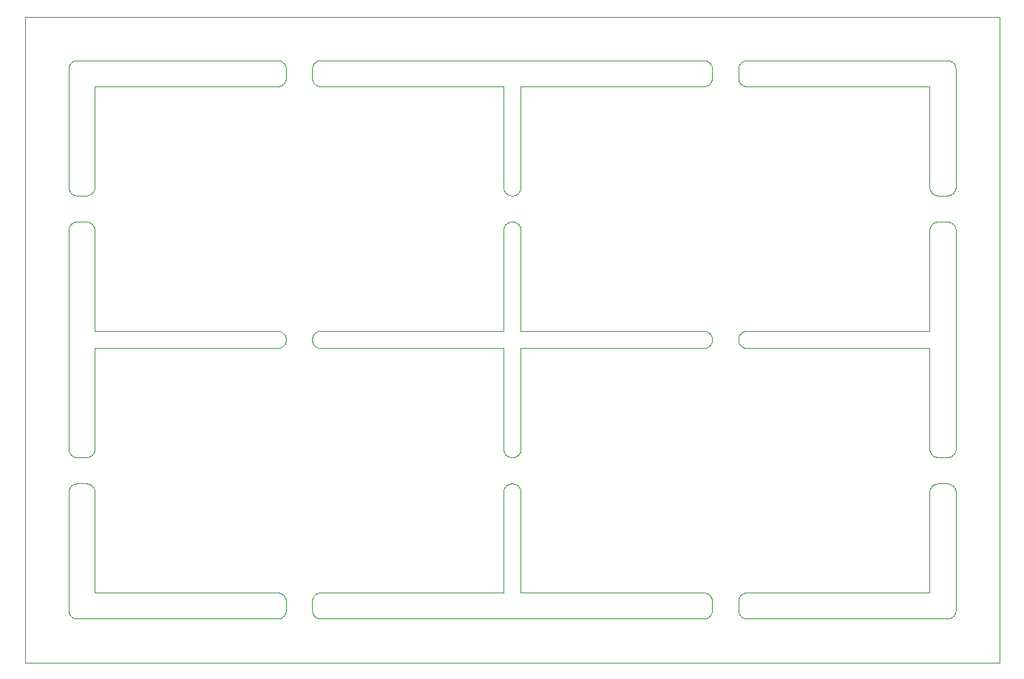
<source format=gbr>
%TF.GenerationSoftware,KiCad,Pcbnew,(6.0.7)*%
%TF.CreationDate,2022-11-18T17:10:51+07:00*%
%TF.ProjectId,test,74657374-2e6b-4696-9361-645f70636258,rev?*%
%TF.SameCoordinates,Original*%
%TF.FileFunction,Profile,NP*%
%FSLAX46Y46*%
G04 Gerber Fmt 4.6, Leading zero omitted, Abs format (unit mm)*
G04 Created by KiCad (PCBNEW (6.0.7)) date 2022-11-18 17:10:51*
%MOMM*%
%LPD*%
G01*
G04 APERTURE LIST*
%TA.AperFunction,Profile*%
%ADD10C,0.100000*%
%TD*%
G04 APERTURE END LIST*
D10*
X69790681Y-80999918D02*
X69791169Y-80999870D01*
X69994826Y-38900259D02*
X70024721Y-38861952D01*
X70239987Y-68666847D02*
X70281039Y-68640851D01*
X69799440Y-80993082D02*
X69799583Y-80992612D01*
X96795053Y-81566721D02*
X96816900Y-81523318D01*
X71770328Y-39249450D02*
X71780974Y-39296861D01*
X96866847Y-81439987D02*
X96894826Y-81400259D01*
X126596840Y-15002811D02*
X126596477Y-15002482D01*
X44288855Y-20075362D02*
X44333278Y-20095053D01*
X69798394Y-53004704D02*
X69798121Y-53004296D01*
X70056460Y-65174841D02*
X70024721Y-65138047D01*
X126594874Y-15001353D02*
X126594441Y-15001122D01*
X118593082Y-50999440D02*
X118593544Y-50999275D01*
X118610718Y-39344737D02*
X118619025Y-39296861D01*
X69793544Y-53000724D02*
X69793082Y-53000559D01*
X20010718Y-69344737D02*
X20019025Y-69296861D01*
X118597829Y-53003902D02*
X118597517Y-53003522D01*
X44610033Y-20289966D02*
X44643539Y-20325158D01*
X69798394Y-23004704D02*
X69798121Y-23004296D01*
X69787727Y-53000000D02*
X48890122Y-53000000D01*
X20194826Y-20400259D02*
X20224721Y-20361952D01*
X118604770Y-39392963D02*
X118610718Y-39344737D01*
X20010718Y-39344737D02*
X20019025Y-39296861D01*
X44007036Y-51004770D02*
X44055262Y-51010718D01*
X93624637Y-22388855D02*
X93604946Y-22433278D01*
X71804704Y-23001605D02*
X71804296Y-23001878D01*
X71808830Y-80999870D02*
X71809318Y-80999918D01*
X71806455Y-53000724D02*
X71806002Y-53000912D01*
X96719025Y-51796861D02*
X96729671Y-51749450D01*
X44574841Y-83743539D02*
X44538047Y-83775278D01*
X44759148Y-20481039D02*
X44783099Y-20523318D01*
X47957874Y-83343519D02*
X47942631Y-83297380D01*
X96989966Y-20289966D02*
X97025158Y-20256460D01*
X44103138Y-51019025D02*
X44150549Y-51029671D01*
X119396861Y-38519025D02*
X119444737Y-38510718D01*
X22009877Y-68500000D02*
X22058576Y-68501195D01*
X71805125Y-80998646D02*
X71805558Y-80998877D01*
X71812027Y-53000003D02*
X71809809Y-53000057D01*
X120988855Y-35424637D02*
X120943519Y-35442125D01*
X97402619Y-81042631D02*
X97449450Y-81029671D01*
X71276681Y-65383099D02*
X71233278Y-65404946D01*
X69794441Y-23001122D02*
X69793997Y-23000912D01*
X119541423Y-38501195D02*
X119590122Y-38500000D01*
X71704946Y-64933278D02*
X71683099Y-64976681D01*
X43909877Y-81000000D02*
X43958576Y-81001195D01*
X43909877Y-51000000D02*
X43958576Y-51001195D01*
X22388855Y-35424637D02*
X22343519Y-35442125D01*
X97311144Y-81075362D02*
X97356480Y-81057874D01*
X121589281Y-39344737D02*
X121595229Y-39392963D01*
X48225158Y-81256460D02*
X48261952Y-81224721D01*
X22155262Y-65489281D02*
X22107036Y-65495229D01*
X22009877Y-65500000D02*
X20990122Y-65500000D01*
X93698804Y-22058576D02*
X93695229Y-22107036D01*
X96866847Y-20439987D02*
X96894826Y-20400259D01*
X44870328Y-20749450D02*
X44880974Y-20796861D01*
X23000057Y-80990190D02*
X23000081Y-80990681D01*
X126598121Y-15004296D02*
X126597829Y-15003902D01*
X97061952Y-20224721D02*
X97100259Y-20194826D01*
X120988855Y-65424637D02*
X120943519Y-65442125D01*
X15001605Y-88995295D02*
X15001878Y-88995703D01*
X23004296Y-53001878D02*
X23003902Y-53002170D01*
X20656480Y-38557874D02*
X20702619Y-38542631D01*
X20361952Y-68724721D02*
X20400259Y-68694826D01*
X69895053Y-69066721D02*
X69916900Y-69023318D01*
X71801122Y-50994441D02*
X71801353Y-50994874D01*
X44898804Y-22058576D02*
X44895229Y-22107036D01*
X20166847Y-20439987D02*
X20194826Y-20400259D01*
X97266721Y-51095053D02*
X97311144Y-51075362D01*
X69796097Y-80997829D02*
X69796477Y-80997517D01*
X70200259Y-38694826D02*
X70239987Y-38666847D01*
X48066847Y-81439987D02*
X48094826Y-81400259D01*
X92758576Y-51001195D02*
X92807036Y-51004770D01*
X71802170Y-50996097D02*
X71802482Y-50996477D01*
X69895053Y-39066721D02*
X69916900Y-39023318D01*
X121600000Y-34509877D02*
X121598804Y-34558576D01*
X44288855Y-22924637D02*
X44243519Y-22942125D01*
X120803138Y-65480974D02*
X120755262Y-65489281D01*
X44759148Y-52518960D02*
X44733152Y-52560012D01*
X44197380Y-22957368D02*
X44150549Y-22970328D01*
X44460012Y-83833152D02*
X44418960Y-83859148D01*
X44804946Y-22433278D02*
X44783099Y-22476681D01*
X120658576Y-38501195D02*
X120707036Y-38504770D01*
X121405173Y-65099740D02*
X121375278Y-65138047D01*
X48556480Y-83942125D02*
X48511144Y-83924637D01*
X22203138Y-65480974D02*
X22155262Y-65489281D01*
X20140851Y-68981039D02*
X20166847Y-68939987D01*
X44007036Y-22995229D02*
X43958576Y-22998804D01*
X118597829Y-23003902D02*
X118597517Y-23003522D01*
X20057874Y-69156480D02*
X20075362Y-69111144D01*
X121310033Y-65210033D02*
X121274841Y-65243539D01*
X97311144Y-22924637D02*
X97266721Y-22904946D01*
X47910718Y-20844737D02*
X47919025Y-20796861D01*
X47957874Y-52343519D02*
X47942631Y-52297380D01*
X69799942Y-23009809D02*
X69799942Y-23009809D01*
X71800000Y-80987727D02*
X71800003Y-80987972D01*
X20001195Y-39441423D02*
X20004770Y-39392963D01*
X97641423Y-52998804D02*
X97592963Y-52995229D01*
X120850549Y-83970328D02*
X120803138Y-83980974D01*
X96795053Y-83433278D02*
X96775362Y-83388855D01*
X70955262Y-38510718D02*
X71003138Y-38519025D01*
X44055262Y-51010718D02*
X44103138Y-51019025D01*
X20057874Y-39156480D02*
X20075362Y-39111144D01*
X69787972Y-23000003D02*
X69787727Y-23000000D01*
X48744737Y-20010718D02*
X48792963Y-20004770D01*
X92855262Y-51010718D02*
X92903138Y-51019025D01*
X92855262Y-81010718D02*
X92903138Y-81019025D01*
X118597829Y-80996097D02*
X118598121Y-80995703D01*
X97100259Y-83805173D02*
X97061952Y-83775278D01*
X48066847Y-83560012D02*
X48040851Y-83518960D01*
X47975362Y-22388855D02*
X47957874Y-22343519D01*
X20361952Y-65275278D02*
X20325158Y-65243539D01*
X71812027Y-50999996D02*
X71812272Y-51000000D01*
X70692963Y-68504770D02*
X70741423Y-68501195D01*
X22998804Y-69441423D02*
X23000000Y-69490122D01*
X93604946Y-52433278D02*
X93583099Y-52476681D01*
X92807036Y-51004770D02*
X92855262Y-51010718D01*
X20400259Y-20194826D02*
X20439987Y-20166847D01*
X23001353Y-50994874D02*
X23001605Y-50995295D01*
X96840851Y-51481039D02*
X96866847Y-51439987D01*
X126593997Y-88999087D02*
X126594441Y-88998877D01*
X70366721Y-35404946D02*
X70323318Y-35383099D01*
X69875362Y-64888855D02*
X69857874Y-64843519D01*
X47957874Y-51656480D02*
X47975362Y-51611144D01*
X48792963Y-22995229D02*
X48744737Y-22989281D01*
X48094826Y-81400259D02*
X48124721Y-81361952D01*
X118766847Y-68939987D02*
X118794826Y-68900259D01*
X71474841Y-35243539D02*
X71438047Y-35275278D01*
X22998804Y-34558576D02*
X22995229Y-34607036D01*
X71800559Y-53006917D02*
X71800416Y-53007387D01*
X126598394Y-15004704D02*
X126598121Y-15004296D01*
X23006917Y-53000559D02*
X23006455Y-53000724D01*
X22995229Y-64607036D02*
X22989281Y-64655262D01*
X47901195Y-52058576D02*
X47900000Y-52009877D01*
X48094826Y-22599740D02*
X48066847Y-22560012D01*
X47900000Y-83009877D02*
X47900000Y-81990122D01*
X22518960Y-35359148D02*
X22476681Y-35383099D01*
X20140851Y-38981039D02*
X20166847Y-38939987D01*
X93583099Y-52476681D02*
X93559148Y-52518960D01*
X71800297Y-50992136D02*
X71800416Y-50992612D01*
X118596477Y-23002482D02*
X118596097Y-23002170D01*
X119123318Y-38616900D02*
X119166721Y-38595053D01*
X44243519Y-52942125D02*
X44197380Y-52957368D01*
X71438047Y-68724721D02*
X71474841Y-68756460D01*
X92855262Y-83989281D02*
X92807036Y-83995229D01*
X15007387Y-15000416D02*
X15006917Y-15000559D01*
X69799702Y-50992136D02*
X69799798Y-50991655D01*
X118590681Y-50999918D02*
X118591169Y-50999870D01*
X93695229Y-20892963D02*
X93698804Y-20941423D01*
X20000000Y-39490122D02*
X20001195Y-39441423D01*
X48841423Y-81001195D02*
X48890122Y-81000000D01*
X70809877Y-68500000D02*
X70858576Y-68501195D01*
X121076681Y-68616900D02*
X121118960Y-68640851D01*
X71801878Y-53004296D02*
X71801605Y-53004704D01*
X93043519Y-81057874D02*
X93088855Y-81075362D01*
X121542125Y-69156480D02*
X121557368Y-69202619D01*
X44499740Y-20194826D02*
X44538047Y-20224721D01*
X96742631Y-20702619D02*
X96757874Y-20656480D01*
X118587972Y-50999996D02*
X118590190Y-50999942D01*
X92855262Y-20010718D02*
X92903138Y-20019025D01*
X118599583Y-23007387D02*
X118599440Y-23006917D01*
X48602619Y-81042631D02*
X48649450Y-81029671D01*
X48124721Y-52638047D02*
X48094826Y-52599740D01*
X96816900Y-20523318D02*
X96840851Y-20481039D01*
X43909877Y-23000000D02*
X23012272Y-23000000D01*
X15001122Y-88994441D02*
X15001353Y-88994874D01*
X44889281Y-81844737D02*
X44895229Y-81892963D01*
X120609877Y-20000000D02*
X120658576Y-20001195D01*
X69795703Y-23001878D02*
X69795295Y-23001605D01*
X121580974Y-20796861D02*
X121589281Y-20844737D01*
X23003522Y-23002482D02*
X23003159Y-23002811D01*
X71800912Y-50993997D02*
X71801122Y-50994441D01*
X97061952Y-51224721D02*
X97100259Y-51194826D01*
X48744737Y-83989281D02*
X48696861Y-83980974D01*
X93260012Y-81166847D02*
X93299740Y-81194826D01*
X48792963Y-51004770D02*
X48841423Y-51001195D01*
X118599583Y-50992612D02*
X118599702Y-50992136D01*
X44197380Y-51042631D02*
X44243519Y-51057874D01*
X70323318Y-38616900D02*
X70366721Y-38595053D01*
X23002811Y-80996840D02*
X23003159Y-80997188D01*
X44499740Y-81194826D02*
X44538047Y-81224721D01*
X22250549Y-35470328D02*
X22203138Y-35480974D01*
X69819025Y-34703138D02*
X69810718Y-34655262D01*
X70024721Y-65138047D02*
X69994826Y-65099740D01*
X120850549Y-35470328D02*
X120803138Y-35480974D01*
X48423318Y-51116900D02*
X48466721Y-51095053D01*
X71805125Y-23001353D02*
X71804704Y-23001605D01*
X22989281Y-69344737D02*
X22995229Y-69392963D01*
X118598877Y-80994441D02*
X118599087Y-80993997D01*
X120609877Y-65500000D02*
X119590122Y-65500000D01*
X71633152Y-68939987D02*
X71659148Y-68981039D01*
X20990122Y-20000000D02*
X43909877Y-20000000D01*
X92997380Y-51042631D02*
X93043519Y-51057874D01*
X70549450Y-38529671D02*
X70596861Y-38519025D01*
X23003902Y-53002170D02*
X23003522Y-53002482D01*
X44288855Y-83924637D02*
X44243519Y-83942125D01*
X96742631Y-83297380D02*
X96729671Y-83250549D01*
X15004704Y-15001605D02*
X15004296Y-15001878D01*
X121274841Y-65243539D02*
X121238047Y-65275278D01*
X44376681Y-83883099D02*
X44333278Y-83904946D01*
X48890122Y-20000000D02*
X92709877Y-20000000D01*
X121343539Y-65174841D02*
X121310033Y-65210033D01*
X44870328Y-83250549D02*
X44857368Y-83297380D01*
X70790122Y-65500000D02*
X70741423Y-65498804D01*
X121375278Y-83638047D02*
X121343539Y-83674841D01*
X93700000Y-22009877D02*
X93698804Y-22058576D01*
X71050549Y-35470328D02*
X71003138Y-35480974D01*
X20075362Y-83388855D02*
X20057874Y-83343519D01*
X71789281Y-69344737D02*
X71795229Y-69392963D01*
X71806917Y-80999440D02*
X71807387Y-80999583D01*
X121076681Y-83883099D02*
X121033278Y-83904946D01*
X23007387Y-53000416D02*
X23006917Y-53000559D01*
X20892963Y-35495229D02*
X20844737Y-35489281D01*
X44842125Y-81656480D02*
X44857368Y-81702619D01*
X23000081Y-80990681D02*
X23000129Y-80991169D01*
X23001878Y-53004296D02*
X23001605Y-53004704D01*
X69994826Y-65099740D02*
X69966847Y-65060012D01*
X48300259Y-83805173D02*
X48261952Y-83775278D01*
X20019025Y-69296861D02*
X20029671Y-69249450D01*
X118599798Y-23008344D02*
X118599702Y-23007863D01*
X22833152Y-68939987D02*
X22859148Y-68981039D01*
X44675278Y-52638047D02*
X44643539Y-52674841D01*
X69799702Y-53007863D02*
X69799583Y-53007387D01*
X118600000Y-50987727D02*
X118600000Y-39490122D01*
X15000201Y-15008344D02*
X15000129Y-15008830D01*
X92950549Y-20029671D02*
X92997380Y-20042631D01*
X96924721Y-83638047D02*
X96894826Y-83599740D01*
X20844737Y-68510718D02*
X20892963Y-68504770D01*
X71800003Y-50987972D02*
X71800057Y-50990190D01*
X22155262Y-68510718D02*
X22203138Y-68519025D01*
X15003159Y-88997188D02*
X15003522Y-88997517D01*
X70858576Y-68501195D02*
X70907036Y-68504770D01*
X71233278Y-35404946D02*
X71188855Y-35424637D01*
X69800000Y-53012272D02*
X69799996Y-53012027D01*
X93176681Y-83883099D02*
X93133278Y-83904946D01*
X97025158Y-20256460D02*
X97061952Y-20224721D01*
X69799583Y-80992612D02*
X69799702Y-80992136D01*
X23006917Y-23000559D02*
X23006455Y-23000724D01*
X126598877Y-88994441D02*
X126599087Y-88993997D01*
X23003159Y-23002811D02*
X23002811Y-23003159D01*
X44243519Y-22942125D02*
X44197380Y-22957368D01*
X23007387Y-50999583D02*
X23007863Y-50999702D01*
X71800912Y-53006002D02*
X71800724Y-53006455D01*
X48511144Y-22924637D02*
X48466721Y-22904946D01*
X23004704Y-53001605D02*
X23004296Y-53001878D01*
X118590681Y-23000081D02*
X118590190Y-23000057D01*
X97496861Y-52980974D02*
X97449450Y-52970328D01*
X121033278Y-20095053D02*
X121076681Y-20116900D01*
X20224721Y-65138047D02*
X20194826Y-65099740D01*
X118595295Y-53001605D02*
X118594874Y-53001353D01*
X23008344Y-50999798D02*
X23008830Y-50999870D01*
X23006455Y-53000724D02*
X23006002Y-53000912D01*
X15000057Y-15009809D02*
X15000003Y-15012027D01*
X71804296Y-23001878D02*
X71803902Y-23002170D01*
X22155262Y-38510718D02*
X22203138Y-38519025D01*
X121405173Y-68900259D02*
X121433152Y-68939987D01*
X71800003Y-53012027D02*
X71800000Y-53012272D01*
X119492963Y-68504770D02*
X119541423Y-68501195D01*
X120897380Y-68542631D02*
X120943519Y-68557874D01*
X69798121Y-80995703D02*
X69798394Y-80995295D01*
X22743539Y-65174841D02*
X22710033Y-65210033D01*
X20523318Y-65383099D02*
X20481039Y-65359148D01*
X23008344Y-53000201D02*
X23007863Y-53000297D01*
X96956460Y-51325158D02*
X96989966Y-51289966D01*
X22859148Y-38981039D02*
X22883099Y-39023318D01*
X118599870Y-80991169D02*
X118599918Y-80990681D01*
X118619025Y-39296861D02*
X118629671Y-39249450D01*
X71800081Y-23009318D02*
X71800057Y-23009809D01*
X121557368Y-83297380D02*
X121542125Y-83343519D01*
X118590190Y-50999942D02*
X118590190Y-50999942D01*
X69798646Y-23005125D02*
X69798394Y-23004704D01*
X93689281Y-81844737D02*
X93695229Y-81892963D01*
X92758576Y-52998804D02*
X92709877Y-53000000D01*
X71802811Y-23003159D02*
X71802482Y-23003522D01*
X20075362Y-34888855D02*
X20057874Y-34843519D01*
X121118960Y-38640851D02*
X121160012Y-38666847D01*
X71683099Y-69023318D02*
X71704946Y-69066721D01*
X44538047Y-52775278D02*
X44499740Y-52805173D01*
X69795295Y-53001605D02*
X69794874Y-53001353D01*
X48602619Y-22957368D02*
X48556480Y-22942125D01*
X71800057Y-53009809D02*
X71800003Y-53012027D01*
X97592963Y-51004770D02*
X97641423Y-51001195D01*
X23008830Y-23000129D02*
X23008344Y-23000201D01*
X71510033Y-65210033D02*
X71474841Y-65243539D01*
X118599087Y-23006002D02*
X118598877Y-23005558D01*
X69799870Y-53008830D02*
X69799798Y-53008344D01*
X23009318Y-80999918D02*
X23009809Y-80999942D01*
X120943519Y-20057874D02*
X120988855Y-20075362D01*
X120707036Y-38504770D02*
X120755262Y-38510718D01*
X22518960Y-68640851D02*
X22560012Y-68666847D01*
X121343539Y-20325158D02*
X121375278Y-20361952D01*
X118597517Y-23003522D02*
X118597188Y-23003159D01*
X69966847Y-68939987D02*
X69994826Y-68900259D01*
X20042631Y-34797380D02*
X20029671Y-34750549D01*
X23001122Y-50994441D02*
X23001353Y-50994874D01*
X93088855Y-52924637D02*
X93043519Y-52942125D01*
X121238047Y-20224721D02*
X121274841Y-20256460D01*
X20029671Y-83250549D02*
X20019025Y-83203138D01*
X71510033Y-38789966D02*
X71543539Y-38825158D01*
X20057874Y-64843519D02*
X20042631Y-64797380D01*
X22009877Y-68500000D02*
X22009877Y-68500000D01*
X23003902Y-80997829D02*
X23004296Y-80998121D01*
X70456480Y-68557874D02*
X70502619Y-68542631D01*
X22343519Y-65442125D02*
X22297380Y-65457368D01*
X126599440Y-15006917D02*
X126599275Y-15006455D01*
X20361952Y-20224721D02*
X20400259Y-20194826D01*
X69796840Y-53002811D02*
X69796477Y-53002482D01*
X70790122Y-68500000D02*
X70809877Y-68500000D01*
X20004770Y-34607036D02*
X20001195Y-34558576D01*
X23001878Y-80995703D02*
X23002170Y-80996097D01*
X23005558Y-80998877D02*
X23006002Y-80999087D01*
X44643539Y-83674841D02*
X44610033Y-83710033D01*
X71812272Y-51000000D02*
X92709877Y-51000000D01*
X23000081Y-50990681D02*
X23000129Y-50991169D01*
X71605173Y-38900259D02*
X71633152Y-38939987D01*
X93410033Y-20289966D02*
X93443539Y-20325158D01*
X22883099Y-64976681D02*
X22859148Y-65018960D01*
X23007863Y-80999702D02*
X23008344Y-80999798D01*
X23003902Y-23002170D02*
X23003522Y-23002482D01*
X70596861Y-38519025D02*
X70644737Y-38510718D01*
X20194826Y-68900259D02*
X20224721Y-68861952D01*
X93374841Y-20256460D02*
X93410033Y-20289966D01*
X69792136Y-80999702D02*
X69792612Y-80999583D01*
X96729671Y-52250549D02*
X96719025Y-52203138D01*
X47901195Y-51941423D02*
X47904770Y-51892963D01*
X119349450Y-65470328D02*
X119302619Y-65457368D01*
X47942631Y-20702619D02*
X47957874Y-20656480D01*
X22904946Y-69066721D02*
X22924637Y-69111144D01*
X118595703Y-53001878D02*
X118595295Y-53001605D01*
X71800912Y-23006002D02*
X71800724Y-23006455D01*
X93218960Y-52859148D02*
X93176681Y-52883099D01*
X118590681Y-80999918D02*
X118591169Y-80999870D01*
X20481039Y-35359148D02*
X20439987Y-35333152D01*
X22107036Y-65495229D02*
X22058576Y-65498804D01*
X119444737Y-68510718D02*
X119492963Y-68504770D01*
X121524637Y-83388855D02*
X121504946Y-83433278D01*
X23012272Y-53000000D02*
X23012027Y-53000003D01*
X97356480Y-52942125D02*
X97311144Y-52924637D01*
X44007036Y-52995229D02*
X43958576Y-52998804D01*
X70858576Y-35498804D02*
X70809877Y-35500000D01*
X20325158Y-20256460D02*
X20361952Y-20224721D01*
X120943519Y-35442125D02*
X120897380Y-35457368D01*
X118599996Y-53012027D02*
X118599942Y-53009809D01*
X118716900Y-39023318D02*
X118740851Y-38981039D01*
X71809318Y-53000081D02*
X71808830Y-53000129D01*
X118599942Y-23009809D02*
X118599942Y-23009809D01*
X71795229Y-34607036D02*
X71789281Y-34655262D01*
X120658576Y-68501195D02*
X120707036Y-68504770D01*
X121160012Y-20166847D02*
X121199740Y-20194826D01*
X20990122Y-68500000D02*
X22009877Y-68500000D01*
X47995053Y-51566721D02*
X48016900Y-51523318D01*
X22710033Y-65210033D02*
X22674841Y-65243539D01*
X20116900Y-20523318D02*
X20140851Y-20481039D01*
X48016900Y-51523318D02*
X48040851Y-51481039D01*
X118593997Y-80999087D02*
X118594441Y-80998877D01*
X22743539Y-68825158D02*
X22775278Y-68861952D01*
X118610718Y-64655262D02*
X118604770Y-64607036D01*
X126587972Y-15000003D02*
X126587727Y-15000000D01*
X44243519Y-83942125D02*
X44197380Y-83957368D01*
X121595229Y-69392963D02*
X121598804Y-69441423D01*
X93642125Y-20656480D02*
X93657368Y-20702619D01*
X70809877Y-65500000D02*
X70790122Y-65500000D01*
X47900000Y-22009877D02*
X47900000Y-20990122D01*
X121483099Y-39023318D02*
X121504946Y-39066721D01*
X20439987Y-35333152D02*
X20400259Y-35305173D01*
X71800201Y-50991655D02*
X71800297Y-50992136D01*
X118794826Y-65099740D02*
X118766847Y-65060012D01*
X120803138Y-68519025D02*
X120850549Y-68529671D01*
X119123318Y-65383099D02*
X119081039Y-65359148D01*
X121580974Y-83203138D02*
X121570328Y-83250549D01*
X44900000Y-51990122D02*
X44900000Y-52009877D01*
X23009809Y-50999942D02*
X23012027Y-50999996D01*
X22980974Y-34703138D02*
X22970328Y-34750549D01*
X121598804Y-69441423D02*
X121600000Y-69490122D01*
X23000000Y-34509877D02*
X22998804Y-34558576D01*
X118856460Y-68825158D02*
X118889966Y-68789966D01*
X126590681Y-15000081D02*
X126590190Y-15000057D01*
X15000081Y-88990681D02*
X15000129Y-88991169D01*
X118598121Y-80995703D02*
X118598394Y-80995295D01*
X93657368Y-20702619D02*
X93670328Y-20749450D01*
X48124721Y-20361952D02*
X48156460Y-20325158D01*
X118601195Y-34558576D02*
X118600000Y-34509877D01*
X23003522Y-50997517D02*
X23003902Y-50997829D01*
X22995229Y-34607036D02*
X22989281Y-34655262D01*
X15000912Y-15006002D02*
X15000724Y-15006455D01*
X70056460Y-35174841D02*
X70024721Y-35138047D01*
X69793082Y-80999440D02*
X69793544Y-80999275D01*
X69799996Y-53012027D02*
X69799942Y-53009809D01*
X96701195Y-83058576D02*
X96700000Y-83009877D01*
X44842125Y-83343519D02*
X44824637Y-83388855D01*
X22155262Y-35489281D02*
X22107036Y-35495229D01*
X93299740Y-52805173D02*
X93260012Y-52833152D01*
X93374841Y-81256460D02*
X93410033Y-81289966D01*
X126596840Y-88997188D02*
X126597188Y-88996840D01*
X20941423Y-38501195D02*
X20990122Y-38500000D01*
X48511144Y-20075362D02*
X48556480Y-20057874D01*
X20892963Y-68504770D02*
X20941423Y-68501195D01*
X96704770Y-81892963D02*
X96710718Y-81844737D01*
X69793997Y-80999087D02*
X69794441Y-80998877D01*
X121405173Y-20400259D02*
X121433152Y-20439987D01*
X15012272Y-15000000D02*
X15012027Y-15000003D01*
X118889966Y-68789966D02*
X118925158Y-68756460D01*
X20892963Y-20004770D02*
X20941423Y-20001195D01*
X48423318Y-83883099D02*
X48381039Y-83859148D01*
X69792612Y-23000416D02*
X69792136Y-23000297D01*
X121589281Y-20844737D02*
X121595229Y-20892963D01*
X71438047Y-38724721D02*
X71474841Y-38756460D01*
X96989966Y-83710033D02*
X96956460Y-83674841D01*
X97356480Y-83942125D02*
X97311144Y-83924637D01*
X119211144Y-68575362D02*
X119256480Y-68557874D01*
X23002170Y-80996097D02*
X23002482Y-80996477D01*
X93260012Y-52833152D02*
X93218960Y-52859148D01*
X96701195Y-20941423D02*
X96704770Y-20892963D01*
X121580974Y-64703138D02*
X121570328Y-64750549D01*
X126599440Y-88993082D02*
X126599583Y-88992612D01*
X93657368Y-51702619D02*
X93670328Y-51749450D01*
X20256460Y-38825158D02*
X20289966Y-38789966D01*
X120897380Y-65457368D02*
X120850549Y-65470328D01*
X48381039Y-20140851D02*
X48423318Y-20116900D01*
X44824637Y-52388855D02*
X44804946Y-52433278D01*
X96719025Y-83203138D02*
X96710718Y-83155262D01*
X69793997Y-23000912D02*
X69793544Y-23000724D01*
X23008830Y-80999870D02*
X23009318Y-80999918D01*
X118590190Y-53000057D02*
X118587972Y-53000003D01*
X44889281Y-20844737D02*
X44895229Y-20892963D01*
X96956460Y-20325158D02*
X96989966Y-20289966D01*
X118675362Y-34888855D02*
X118657874Y-34843519D01*
X44460012Y-81166847D02*
X44499740Y-81194826D01*
X96840851Y-81481039D02*
X96866847Y-81439987D01*
X70161952Y-68724721D02*
X70200259Y-68694826D01*
X126599918Y-88990681D02*
X126599942Y-88990190D01*
X69994826Y-35099740D02*
X69966847Y-35060012D01*
X93559148Y-81481039D02*
X93583099Y-81523318D01*
X118591169Y-23000129D02*
X118590681Y-23000081D01*
X23000129Y-80991169D02*
X23000201Y-80991655D01*
X23004296Y-80998121D02*
X23004704Y-80998394D01*
X48792963Y-20004770D02*
X48841423Y-20001195D01*
X22674841Y-35243539D02*
X22638047Y-35275278D01*
X22805173Y-68900259D02*
X22833152Y-68939987D01*
X70323318Y-35383099D02*
X70281039Y-35359148D01*
X48466721Y-51095053D02*
X48511144Y-51075362D01*
X69797829Y-53003902D02*
X69797517Y-53003522D01*
X44895229Y-22107036D02*
X44889281Y-22155262D01*
X97544737Y-81010718D02*
X97592963Y-81004770D01*
X70741423Y-65498804D02*
X70692963Y-65495229D01*
X69798121Y-50995703D02*
X69798394Y-50995295D01*
X70741423Y-35498804D02*
X70692963Y-35495229D01*
X93624637Y-83388855D02*
X93604946Y-83433278D01*
X121238047Y-38724721D02*
X121274841Y-38756460D01*
X96866847Y-51439987D02*
X96894826Y-51400259D01*
X118593997Y-53000912D02*
X118593544Y-53000724D01*
X96742631Y-81702619D02*
X96757874Y-81656480D01*
X69966847Y-65060012D02*
X69940851Y-65018960D01*
X93299740Y-51194826D02*
X93338047Y-51224721D01*
X71704946Y-39066721D02*
X71724637Y-39111144D01*
X96795053Y-51566721D02*
X96816900Y-51523318D01*
X23000057Y-23009809D02*
X23000003Y-23012027D01*
X69790190Y-80999942D02*
X69790681Y-80999918D01*
X71807387Y-50999583D02*
X71807863Y-50999702D01*
X118601195Y-69441423D02*
X118604770Y-69392963D01*
X71360012Y-65333152D02*
X71318960Y-65359148D01*
X97266721Y-22904946D02*
X97223318Y-22883099D01*
X69875362Y-69111144D02*
X69895053Y-69066721D01*
X15005558Y-88998877D02*
X15006002Y-88999087D01*
X44288855Y-81075362D02*
X44333278Y-81095053D01*
X93475278Y-81361952D02*
X93505173Y-81400259D01*
X121274841Y-68756460D02*
X121310033Y-68789966D01*
X15009809Y-15000057D02*
X15009318Y-15000081D01*
X120658576Y-83998804D02*
X120609877Y-84000000D01*
X69842631Y-64797380D02*
X69829671Y-64750549D01*
X93133278Y-20095053D02*
X93176681Y-20116900D01*
X23000000Y-39490122D02*
X23000000Y-50987727D01*
X70323318Y-65383099D02*
X70281039Y-65359148D01*
X69916900Y-69023318D02*
X69940851Y-68981039D01*
X96989966Y-51289966D02*
X97025158Y-51256460D01*
X20749450Y-68529671D02*
X20796861Y-68519025D01*
X96701195Y-52058576D02*
X96700000Y-52009877D01*
X69795703Y-80998121D02*
X69796097Y-80997829D01*
X97690122Y-20000000D02*
X120609877Y-20000000D01*
X48602619Y-51042631D02*
X48649450Y-51029671D01*
X96710718Y-83155262D02*
X96704770Y-83107036D01*
X96775362Y-20611144D02*
X96795053Y-20566721D01*
X119166721Y-68595053D02*
X119211144Y-68575362D01*
X20656480Y-68557874D02*
X20702619Y-68542631D01*
X47910718Y-83155262D02*
X47904770Y-83107036D01*
X118596097Y-80997829D02*
X118596477Y-80997517D01*
X22433278Y-35404946D02*
X22388855Y-35424637D01*
X20523318Y-38616900D02*
X20566721Y-38595053D01*
X118598646Y-23005125D02*
X118598394Y-23004704D01*
X93043519Y-20057874D02*
X93088855Y-20075362D01*
X118619025Y-64703138D02*
X118610718Y-64655262D01*
X71399740Y-35305173D02*
X71360012Y-35333152D01*
X118599702Y-53007863D02*
X118599583Y-53007387D01*
X44376681Y-22883099D02*
X44333278Y-22904946D01*
X20029671Y-34750549D02*
X20019025Y-34703138D01*
X69791655Y-23000201D02*
X69791169Y-23000129D01*
X71704946Y-34933278D02*
X71683099Y-34976681D01*
X121343539Y-68825158D02*
X121375278Y-68861952D01*
X71800057Y-80990190D02*
X71800081Y-80990681D01*
X20749450Y-65470328D02*
X20702619Y-65457368D01*
X120658576Y-20001195D02*
X120707036Y-20004770D01*
X93559148Y-22518960D02*
X93533152Y-22560012D01*
X69798877Y-50994441D02*
X69799087Y-50993997D01*
X71097380Y-68542631D02*
X71143519Y-68557874D01*
X48890122Y-53000000D02*
X48841423Y-52998804D01*
X48066847Y-51439987D02*
X48094826Y-51400259D01*
X20941423Y-20001195D02*
X20990122Y-20000000D01*
X23000000Y-69490122D02*
X23000000Y-80987727D01*
X48066847Y-20439987D02*
X48094826Y-20400259D01*
X22924637Y-39111144D02*
X22942125Y-39156480D01*
X44055262Y-52989281D02*
X44007036Y-52995229D01*
X48300259Y-52805173D02*
X48261952Y-52775278D01*
X118591169Y-53000129D02*
X118590681Y-53000081D01*
X44857368Y-52297380D02*
X44842125Y-52343519D01*
X20095053Y-20566721D02*
X20116900Y-20523318D01*
X48225158Y-22743539D02*
X48189966Y-22710033D01*
X121600000Y-39490122D02*
X121600000Y-64509877D01*
X44197380Y-83957368D02*
X44150549Y-83970328D01*
X71742125Y-39156480D02*
X71757368Y-39202619D01*
X20990122Y-84000000D02*
X20941423Y-83998804D01*
X44675278Y-81361952D02*
X44705173Y-81400259D01*
X119211144Y-38575362D02*
X119256480Y-38557874D01*
X126587727Y-89000000D02*
X126587972Y-88999996D01*
X48423318Y-81116900D02*
X48466721Y-81095053D01*
X69799996Y-50987972D02*
X69800000Y-50987727D01*
X70644737Y-35489281D02*
X70596861Y-35480974D01*
X121343539Y-35174841D02*
X121310033Y-35210033D01*
X23001605Y-50995295D02*
X23001878Y-50995703D01*
X71812272Y-23000000D02*
X71812027Y-23000003D01*
X70323318Y-68616900D02*
X70366721Y-68595053D01*
X22995229Y-69392963D02*
X22998804Y-69441423D01*
X93559148Y-20481039D02*
X93583099Y-20523318D01*
X20796861Y-38519025D02*
X20844737Y-38510718D01*
X118594874Y-50998646D02*
X118595295Y-50998394D01*
X71795229Y-64607036D02*
X71789281Y-64655262D01*
X93642125Y-51656480D02*
X93657368Y-51702619D01*
X118599942Y-23009809D02*
X118599918Y-23009318D01*
X93443539Y-52674841D02*
X93410033Y-52710033D01*
X70644737Y-65489281D02*
X70596861Y-65480974D01*
X118794826Y-38900259D02*
X118824721Y-38861952D01*
X69796840Y-50997188D02*
X69797188Y-50996840D01*
X97402619Y-52957368D02*
X97356480Y-52942125D01*
X22343519Y-35442125D02*
X22297380Y-35457368D01*
X23001878Y-50995703D02*
X23002170Y-50996097D01*
X71659148Y-35018960D02*
X71633152Y-35060012D01*
X48016900Y-83476681D02*
X47995053Y-83433278D01*
X71803159Y-50997188D02*
X71803522Y-50997517D01*
X119590122Y-38500000D02*
X120609877Y-38500000D01*
X96729671Y-51749450D02*
X96742631Y-51702619D01*
X71807863Y-23000297D02*
X71807387Y-23000416D01*
X71800057Y-50990190D02*
X71800081Y-50990681D01*
X44895229Y-83107036D02*
X44889281Y-83155262D01*
X92758576Y-81001195D02*
X92807036Y-81004770D01*
X71803522Y-23002482D02*
X71803159Y-23002811D01*
X47919025Y-51796861D02*
X47929671Y-51749450D01*
X71050549Y-38529671D02*
X71097380Y-38542631D01*
X20004770Y-20892963D02*
X20010718Y-20844737D01*
X118591655Y-23000201D02*
X118591169Y-23000129D01*
X23000912Y-50993997D02*
X23001122Y-50994441D01*
X118961952Y-38724721D02*
X119000259Y-38694826D01*
X69798646Y-53005125D02*
X69798394Y-53004704D01*
X15008344Y-88999798D02*
X15008830Y-88999870D01*
X44759148Y-81481039D02*
X44783099Y-81523318D01*
X92807036Y-83995229D02*
X92758576Y-83998804D01*
X44499740Y-22805173D02*
X44460012Y-22833152D01*
X69799275Y-50993544D02*
X69799440Y-50993082D01*
X97592963Y-22995229D02*
X97544737Y-22989281D01*
X71575278Y-35138047D02*
X71543539Y-35174841D01*
X96701195Y-51941423D02*
X96704770Y-51892963D01*
X20481039Y-83859148D02*
X20439987Y-83833152D01*
X69791169Y-23000129D02*
X69790681Y-23000081D01*
X23007863Y-23000297D02*
X23007387Y-23000416D01*
X44870328Y-81749450D02*
X44880974Y-81796861D01*
X44733152Y-83560012D02*
X44705173Y-83599740D01*
X71318960Y-35359148D02*
X71276681Y-35383099D01*
X71806917Y-50999440D02*
X71807387Y-50999583D01*
X69799942Y-50990190D02*
X69799996Y-50987972D01*
X119039987Y-65333152D02*
X119000259Y-65305173D01*
X47995053Y-52433278D02*
X47975362Y-52388855D01*
X48841423Y-20001195D02*
X48890122Y-20000000D01*
X48261952Y-51224721D02*
X48300259Y-51194826D01*
X71780974Y-69296861D02*
X71789281Y-69344737D01*
X93176681Y-52883099D02*
X93133278Y-52904946D01*
X69829671Y-69249450D02*
X69842631Y-69202619D01*
X22710033Y-68789966D02*
X22743539Y-68825158D01*
X44538047Y-83775278D02*
X44499740Y-83805173D01*
X44900000Y-22009877D02*
X44898804Y-22058576D01*
X69791169Y-53000129D02*
X69790681Y-53000081D01*
X97223318Y-51116900D02*
X97266721Y-51095053D01*
X93133278Y-83904946D02*
X93088855Y-83924637D01*
X47901195Y-81941423D02*
X47904770Y-81892963D01*
X47910718Y-52155262D02*
X47904770Y-52107036D01*
X96742631Y-51702619D02*
X96757874Y-51656480D01*
X20194826Y-35099740D02*
X20166847Y-35060012D01*
X44376681Y-81116900D02*
X44418960Y-81140851D01*
X121199740Y-68694826D02*
X121238047Y-68724721D01*
X93583099Y-81523318D02*
X93604946Y-81566721D01*
X96757874Y-52343519D02*
X96742631Y-52297380D01*
X69795295Y-80998394D02*
X69795703Y-80998121D01*
X22904946Y-34933278D02*
X22883099Y-34976681D01*
X20004770Y-64607036D02*
X20001195Y-64558576D01*
X15009318Y-88999918D02*
X15009809Y-88999942D01*
X71806917Y-23000559D02*
X71806455Y-23000724D01*
X15008830Y-15000129D02*
X15008344Y-15000201D01*
X120803138Y-20019025D02*
X120850549Y-20029671D01*
X71724637Y-64888855D02*
X71704946Y-64933278D01*
X97449450Y-83970328D02*
X97402619Y-83957368D01*
X20000000Y-34509877D02*
X20000000Y-20990122D01*
X71805558Y-50998877D02*
X71806002Y-50999087D01*
X47901195Y-83058576D02*
X47900000Y-83009877D01*
X15008344Y-15000201D02*
X15007863Y-15000297D01*
X69801195Y-39441423D02*
X69804770Y-39392963D01*
X118599087Y-80993997D02*
X118599275Y-80993544D01*
X96795053Y-52433278D02*
X96775362Y-52388855D01*
X71802170Y-53003902D02*
X71801878Y-53004296D01*
X22957368Y-69202619D02*
X22970328Y-69249450D01*
X120943519Y-68557874D02*
X120988855Y-68575362D01*
X44900000Y-83009877D02*
X44898804Y-83058576D01*
X22058576Y-65498804D02*
X22009877Y-65500000D01*
X92903138Y-51019025D02*
X92950549Y-51029671D01*
X47901195Y-20941423D02*
X47904770Y-20892963D01*
X20481039Y-68640851D02*
X20523318Y-68616900D01*
X93218960Y-51140851D02*
X93260012Y-51166847D01*
X47929671Y-51749450D02*
X47942631Y-51702619D01*
X22297380Y-68542631D02*
X22343519Y-68557874D01*
X69796097Y-53002170D02*
X69795703Y-53001878D01*
X47900000Y-81990122D02*
X47900000Y-81990122D01*
X20844737Y-65489281D02*
X20796861Y-65480974D01*
X121483099Y-83476681D02*
X121459148Y-83518960D01*
X44055262Y-20010718D02*
X44103138Y-20019025D01*
X20702619Y-38542631D02*
X20749450Y-38529671D01*
X15009809Y-15000057D02*
X15009809Y-15000057D01*
X23009809Y-23000057D02*
X23009809Y-23000057D01*
X23009318Y-53000081D02*
X23008830Y-53000129D01*
X121570328Y-20749450D02*
X121580974Y-20796861D01*
X15003902Y-88997829D02*
X15004296Y-88998121D01*
X93299740Y-83805173D02*
X93260012Y-83833152D01*
X126595295Y-88998394D02*
X126595703Y-88998121D01*
X23008830Y-53000129D02*
X23008344Y-53000201D01*
X70456480Y-35442125D02*
X70411144Y-35424637D01*
X20749450Y-83970328D02*
X20702619Y-83957368D01*
X22743539Y-35174841D02*
X22710033Y-35210033D01*
X15004296Y-15001878D02*
X15003902Y-15002170D01*
X44889281Y-83155262D02*
X44880974Y-83203138D01*
X71800297Y-23007863D02*
X71800201Y-23008344D01*
X71724637Y-34888855D02*
X71704946Y-34933278D01*
X69800000Y-69490122D02*
X69801195Y-69441423D01*
X121118960Y-68640851D02*
X121160012Y-68666847D01*
X22250549Y-38529671D02*
X22297380Y-38542631D01*
X93374841Y-22743539D02*
X93338047Y-22775278D01*
X44103138Y-22980974D02*
X44055262Y-22989281D01*
X121459148Y-65018960D02*
X121433152Y-65060012D01*
X48556480Y-51057874D02*
X48602619Y-51042631D01*
X93475278Y-22638047D02*
X93443539Y-22674841D01*
X70281039Y-38640851D02*
X70323318Y-38616900D01*
X20116900Y-69023318D02*
X20140851Y-68981039D01*
X97544737Y-51010718D02*
X97592963Y-51004770D01*
X121570328Y-83250549D02*
X121557368Y-83297380D01*
X93689281Y-20844737D02*
X93695229Y-20892963D01*
X71803159Y-80997188D02*
X71803522Y-80997517D01*
X69829671Y-39249450D02*
X69842631Y-39202619D01*
X121524637Y-39111144D02*
X121542125Y-39156480D01*
X120988855Y-68575362D02*
X121033278Y-68595053D01*
X69800000Y-39490122D02*
X69801195Y-39441423D01*
X70089966Y-68789966D02*
X70125158Y-68756460D01*
X118599996Y-80987972D02*
X118600000Y-80987727D01*
X93410033Y-52710033D02*
X93374841Y-52743539D01*
X70200259Y-65305173D02*
X70161952Y-65275278D01*
X69797829Y-50996097D02*
X69798121Y-50995703D01*
X47904770Y-83107036D02*
X47901195Y-83058576D01*
X118642631Y-39202619D02*
X118657874Y-39156480D01*
X71143519Y-35442125D02*
X71097380Y-35457368D01*
X20749450Y-38529671D02*
X20796861Y-38519025D01*
X22599740Y-65305173D02*
X22560012Y-65333152D01*
X96757874Y-83343519D02*
X96742631Y-83297380D01*
X48649450Y-81029671D02*
X48696861Y-81019025D01*
X48094826Y-20400259D02*
X48124721Y-20361952D01*
X47975362Y-51611144D02*
X47995053Y-51566721D01*
X20439987Y-20166847D02*
X20481039Y-20140851D01*
X71812272Y-81000000D02*
X92709877Y-81000000D01*
X97641423Y-83998804D02*
X97592963Y-83995229D01*
X48696861Y-81019025D02*
X48744737Y-81010718D01*
X23001122Y-80994441D02*
X23001353Y-80994874D01*
X118594441Y-53001122D02*
X118593997Y-53000912D01*
X93642125Y-81656480D02*
X93657368Y-81702619D01*
X69798121Y-53004296D02*
X69797829Y-53003902D01*
X118657874Y-64843519D02*
X118642631Y-64797380D01*
X121433152Y-68939987D02*
X121459148Y-68981039D01*
X118740851Y-35018960D02*
X118716900Y-34976681D01*
X126596477Y-88997517D02*
X126596840Y-88997188D01*
X126593997Y-15000912D02*
X126593544Y-15000724D01*
X120850549Y-20029671D02*
X120897380Y-20042631D01*
X97544737Y-22989281D02*
X97496861Y-22980974D01*
X20075362Y-20611144D02*
X20095053Y-20566721D01*
X70411144Y-68575362D02*
X70456480Y-68557874D01*
X48124721Y-22638047D02*
X48094826Y-22599740D01*
X121589281Y-83155262D02*
X121580974Y-83203138D01*
X71800129Y-53008830D02*
X71800081Y-53009318D01*
X22904946Y-39066721D02*
X22924637Y-39111144D01*
X118587972Y-23000003D02*
X118587727Y-23000000D01*
X121375278Y-65138047D02*
X121343539Y-65174841D01*
X48602619Y-83957368D02*
X48556480Y-83942125D01*
X118593544Y-53000724D02*
X118593082Y-53000559D01*
X93689281Y-52155262D02*
X93680974Y-52203138D01*
X48381039Y-51140851D02*
X48423318Y-51116900D01*
X97100259Y-81194826D02*
X97139987Y-81166847D01*
X20224721Y-68861952D02*
X20256460Y-68825158D01*
X121118960Y-83859148D02*
X121076681Y-83883099D01*
X20702619Y-65457368D02*
X20656480Y-65442125D01*
X69819025Y-64703138D02*
X69810718Y-64655262D01*
X93475278Y-52638047D02*
X93443539Y-52674841D01*
X126591169Y-15000129D02*
X126590681Y-15000081D01*
X118596840Y-53002811D02*
X118596477Y-53002482D01*
X121118960Y-65359148D02*
X121076681Y-65383099D01*
X15003522Y-15002482D02*
X15003159Y-15002811D01*
X23000003Y-50987972D02*
X23000057Y-50990190D01*
X71800000Y-53012272D02*
X71800000Y-64509877D01*
X93533152Y-22560012D02*
X93505173Y-22599740D01*
X23006455Y-50999275D02*
X23006917Y-50999440D01*
X22674841Y-38756460D02*
X22710033Y-38789966D01*
X22599740Y-68694826D02*
X22638047Y-68724721D01*
X71800724Y-80993544D02*
X71800912Y-80993997D01*
X93260012Y-83833152D02*
X93218960Y-83859148D01*
X71800416Y-23007387D02*
X71800297Y-23007863D01*
X71800416Y-53007387D02*
X71800297Y-53007863D01*
X20656480Y-35442125D02*
X20611144Y-35424637D01*
X69916900Y-39023318D02*
X69940851Y-38981039D01*
X71800129Y-23008830D02*
X71800081Y-23009318D01*
X71800000Y-69490122D02*
X71800000Y-80987727D01*
X71800201Y-53008344D02*
X71800129Y-53008830D01*
X126592612Y-15000416D02*
X126592136Y-15000297D01*
X118594874Y-80998646D02*
X118595295Y-80998394D01*
X71804296Y-53001878D02*
X71803902Y-53002170D01*
X20001195Y-69441423D02*
X20004770Y-69392963D01*
X48556480Y-81057874D02*
X48602619Y-81042631D01*
X71809318Y-50999918D02*
X71809809Y-50999942D01*
X48511144Y-51075362D02*
X48556480Y-51057874D01*
X121557368Y-39202619D02*
X121570328Y-39249450D01*
X118629671Y-39249450D02*
X118642631Y-39202619D01*
X20194826Y-38900259D02*
X20224721Y-38861952D01*
X119081039Y-38640851D02*
X119123318Y-38616900D01*
X48040851Y-20481039D02*
X48066847Y-20439987D01*
X71543539Y-65174841D02*
X71510033Y-65210033D01*
X44705173Y-81400259D02*
X44733152Y-81439987D01*
X93338047Y-22775278D02*
X93299740Y-22805173D01*
X71800000Y-34509877D02*
X71798804Y-34558576D01*
X20029671Y-39249450D02*
X20042631Y-39202619D01*
X120988855Y-20075362D02*
X121033278Y-20095053D01*
X69895053Y-34933278D02*
X69875362Y-34888855D01*
X48225158Y-51256460D02*
X48261952Y-51224721D01*
X71808830Y-23000129D02*
X71808344Y-23000201D01*
X23012272Y-23000000D02*
X23012027Y-23000003D01*
X118599702Y-23007863D02*
X118599583Y-23007387D01*
X48890122Y-51000000D02*
X69787727Y-51000000D01*
X126595703Y-15001878D02*
X126595295Y-15001605D01*
X44574841Y-52743539D02*
X44538047Y-52775278D01*
X48466721Y-22904946D02*
X48423318Y-22883099D01*
X22957368Y-64797380D02*
X22942125Y-64843519D01*
X93533152Y-83560012D02*
X93505173Y-83599740D01*
X96704770Y-83107036D02*
X96701195Y-83058576D01*
X69790190Y-50999942D02*
X69790681Y-50999918D01*
X118595703Y-80998121D02*
X118596097Y-80997829D01*
X69799087Y-53006002D02*
X69798877Y-53005558D01*
X121238047Y-65275278D02*
X121199740Y-65305173D01*
X92709877Y-23000000D02*
X71812272Y-23000000D01*
X121589281Y-69344737D02*
X121595229Y-69392963D01*
X121160012Y-68666847D02*
X121199740Y-68694826D01*
X23000912Y-80993997D02*
X23001122Y-80994441D01*
X20844737Y-20010718D02*
X20892963Y-20004770D01*
X44499740Y-52805173D02*
X44460012Y-52833152D01*
X47901195Y-22058576D02*
X47900000Y-22009877D01*
X118597188Y-23003159D02*
X118596840Y-23002811D01*
X71805125Y-50998646D02*
X71805558Y-50998877D01*
X15009809Y-88999942D02*
X15012027Y-88999996D01*
X23003159Y-50997188D02*
X23003522Y-50997517D01*
X69795295Y-23001605D02*
X69794874Y-23001353D01*
X69798394Y-80995295D02*
X69798646Y-80994874D01*
X93176681Y-22883099D02*
X93133278Y-22904946D01*
X69793544Y-23000724D02*
X69793082Y-23000559D01*
X121542125Y-39156480D02*
X121557368Y-39202619D01*
X120707036Y-20004770D02*
X120755262Y-20010718D01*
X23003902Y-50997829D02*
X23004296Y-50998121D01*
X20095053Y-83433278D02*
X20075362Y-83388855D01*
X126592612Y-88999583D02*
X126593082Y-88999440D01*
X48040851Y-51481039D02*
X48066847Y-51439987D01*
X93642125Y-83343519D02*
X93624637Y-83388855D01*
X69799798Y-23008344D02*
X69799702Y-23007863D01*
X23005125Y-23001353D02*
X23004704Y-23001605D01*
X70502619Y-35457368D02*
X70456480Y-35442125D01*
X118590190Y-50999942D02*
X118590681Y-50999918D01*
X71801353Y-53005125D02*
X71801122Y-53005558D01*
X118594874Y-23001353D02*
X118594441Y-23001122D01*
X44889281Y-52155262D02*
X44880974Y-52203138D01*
X118657874Y-69156480D02*
X118675362Y-69111144D01*
X22883099Y-69023318D02*
X22904946Y-69066721D01*
X93642125Y-52343519D02*
X93624637Y-52388855D01*
X22638047Y-38724721D02*
X22674841Y-38756460D01*
X97544737Y-20010718D02*
X97592963Y-20004770D01*
X92807036Y-52995229D02*
X92758576Y-52998804D01*
X96840851Y-83518960D02*
X96816900Y-83476681D01*
X93670328Y-20749450D02*
X93680974Y-20796861D01*
X47929671Y-83250549D02*
X47919025Y-83203138D01*
X69804770Y-34607036D02*
X69801195Y-34558576D01*
X22297380Y-35457368D02*
X22250549Y-35470328D01*
X44333278Y-20095053D02*
X44376681Y-20116900D01*
X118599275Y-80993544D02*
X118599440Y-80993082D01*
X121557368Y-64797380D02*
X121542125Y-64843519D01*
X118604770Y-34607036D02*
X118601195Y-34558576D01*
X70907036Y-68504770D02*
X70955262Y-68510718D01*
X118961952Y-65275278D02*
X118925158Y-65243539D01*
X97690122Y-84000000D02*
X97641423Y-83998804D01*
X48423318Y-52883099D02*
X48381039Y-52859148D01*
X118824721Y-38861952D02*
X118856460Y-38825158D01*
X20289966Y-38789966D02*
X20325158Y-38756460D01*
X96924721Y-81361952D02*
X96956460Y-81325158D01*
X22859148Y-68981039D02*
X22883099Y-69023318D01*
X20075362Y-69111144D02*
X20095053Y-69066721D01*
X71800129Y-80991169D02*
X71800201Y-80991655D01*
X69799942Y-80990190D02*
X69799996Y-80987972D01*
X118600000Y-53012272D02*
X118599996Y-53012027D01*
X69797188Y-50996840D02*
X69797517Y-50996477D01*
X70596861Y-68519025D02*
X70644737Y-68510718D01*
X118599798Y-80991655D02*
X118599870Y-80991169D01*
X69940851Y-38981039D02*
X69966847Y-38939987D01*
X20656480Y-20057874D02*
X20702619Y-20042631D01*
X47900000Y-81990122D02*
X47901195Y-81941423D01*
X121160012Y-65333152D02*
X121118960Y-65359148D01*
X20439987Y-83833152D02*
X20400259Y-83805173D01*
X22009877Y-35500000D02*
X20990122Y-35500000D01*
X121076681Y-20116900D02*
X121118960Y-20140851D01*
X121504946Y-69066721D02*
X121524637Y-69111144D01*
X118598877Y-53005558D02*
X118598646Y-53005125D01*
X118599440Y-53006917D02*
X118599275Y-53006455D01*
X119081039Y-65359148D02*
X119039987Y-65333152D01*
X47975362Y-52388855D02*
X47957874Y-52343519D01*
X20702619Y-35457368D02*
X20656480Y-35442125D01*
X121589281Y-64655262D02*
X121580974Y-64703138D01*
X118599996Y-23012027D02*
X118599942Y-23009809D01*
X15009318Y-15000081D02*
X15008830Y-15000129D01*
X121375278Y-20361952D02*
X121405173Y-20400259D01*
X15006455Y-88999275D02*
X15006917Y-88999440D01*
X70239987Y-65333152D02*
X70200259Y-65305173D01*
X71800559Y-23006917D02*
X71800416Y-23007387D01*
X119444737Y-65489281D02*
X119396861Y-65480974D01*
X93505173Y-51400259D02*
X93533152Y-51439987D01*
X20042631Y-20702619D02*
X20057874Y-20656480D01*
X96924721Y-51361952D02*
X96956460Y-51325158D01*
X126596097Y-88997829D02*
X126596477Y-88997517D01*
X69791655Y-53000201D02*
X69791169Y-53000129D01*
X93680974Y-81796861D02*
X93689281Y-81844737D01*
X20166847Y-38939987D02*
X20194826Y-38900259D01*
X20566721Y-38595053D02*
X20611144Y-38575362D01*
X92997380Y-22957368D02*
X92950549Y-22970328D01*
X15000201Y-88991655D02*
X15000297Y-88992136D01*
X118587727Y-53000000D02*
X97690122Y-53000000D01*
X20001195Y-83058576D02*
X20000000Y-83009877D01*
X22942125Y-34843519D02*
X22924637Y-34888855D01*
X93043519Y-22942125D02*
X92997380Y-22957368D01*
X20010718Y-34655262D02*
X20004770Y-34607036D01*
X120755262Y-65489281D02*
X120707036Y-65495229D01*
X118794826Y-68900259D02*
X118824721Y-68861952D01*
X118598121Y-23004296D02*
X118597829Y-23003902D01*
X20941423Y-83998804D02*
X20892963Y-83995229D01*
X23000724Y-23006455D02*
X23000559Y-23006917D01*
X126593082Y-88999440D02*
X126593544Y-88999275D01*
X44418960Y-51140851D02*
X44460012Y-51166847D01*
X69940851Y-65018960D02*
X69916900Y-64976681D01*
X69966847Y-35060012D02*
X69940851Y-35018960D01*
X23003522Y-80997517D02*
X23003902Y-80997829D01*
X23005125Y-50998646D02*
X23005558Y-50998877D01*
X121310033Y-20289966D02*
X121343539Y-20325158D01*
X23000416Y-80992612D02*
X23000559Y-80993082D01*
X20656480Y-65442125D02*
X20611144Y-65424637D01*
X44376681Y-20116900D02*
X44418960Y-20140851D01*
X92950549Y-81029671D02*
X92997380Y-81042631D01*
X118598394Y-80995295D02*
X118598646Y-80994874D01*
X118593997Y-50999087D02*
X118594441Y-50998877D01*
X126599870Y-88991169D02*
X126599918Y-88990681D01*
X44824637Y-83388855D02*
X44804946Y-83433278D01*
X23000201Y-23008344D02*
X23000129Y-23008830D01*
X23001122Y-53005558D02*
X23000912Y-53006002D01*
X119349450Y-68529671D02*
X119396861Y-68519025D01*
X93624637Y-81611144D02*
X93642125Y-81656480D01*
X15003902Y-15002170D02*
X15003522Y-15002482D01*
X71806002Y-53000912D02*
X71805558Y-53001122D01*
X20656480Y-83942125D02*
X20611144Y-83924637D01*
X23005558Y-23001122D02*
X23005125Y-23001353D01*
X126590190Y-15000057D02*
X126587972Y-15000003D01*
X69791169Y-50999870D02*
X69791655Y-50999798D01*
X97025158Y-51256460D02*
X97061952Y-51224721D01*
X15002170Y-88996097D02*
X15002482Y-88996477D01*
X96866847Y-52560012D02*
X96840851Y-52518960D01*
X20289966Y-83710033D02*
X20256460Y-83674841D01*
X120707036Y-65495229D02*
X120658576Y-65498804D01*
X23002482Y-23003522D02*
X23002170Y-23003902D01*
X70741423Y-68501195D02*
X70790122Y-68500000D01*
X20796861Y-68519025D02*
X20844737Y-68510718D01*
X69799942Y-23009809D02*
X69799918Y-23009318D01*
X118596097Y-23002170D02*
X118595703Y-23001878D01*
X23000003Y-23012027D02*
X23000000Y-23012272D01*
X22674841Y-65243539D02*
X22638047Y-65275278D01*
X44538047Y-51224721D02*
X44574841Y-51256460D01*
X20166847Y-35060012D02*
X20140851Y-35018960D01*
X118596477Y-50997517D02*
X118596840Y-50997188D01*
X126590681Y-88999918D02*
X126591169Y-88999870D01*
X97139987Y-20166847D02*
X97181039Y-20140851D01*
X93443539Y-81325158D02*
X93475278Y-81361952D01*
X20224721Y-38861952D02*
X20256460Y-38825158D01*
X20256460Y-20325158D02*
X20289966Y-20289966D01*
X71003138Y-65480974D02*
X70955262Y-65489281D01*
X93475278Y-20361952D02*
X93505173Y-20400259D01*
X71807387Y-80999583D02*
X71807863Y-80999702D01*
X22980974Y-39296861D02*
X22989281Y-39344737D01*
X71800724Y-50993544D02*
X71800912Y-50993997D01*
X20256460Y-83674841D02*
X20224721Y-83638047D01*
X23000724Y-53006455D02*
X23000559Y-53006917D01*
X92997380Y-83957368D02*
X92950549Y-83970328D01*
X47975362Y-20611144D02*
X47995053Y-20566721D01*
X97025158Y-81256460D02*
X97061952Y-81224721D01*
X23001605Y-23004704D02*
X23001353Y-23005125D01*
X93583099Y-83476681D02*
X93559148Y-83518960D01*
X48261952Y-22775278D02*
X48225158Y-22743539D01*
X93583099Y-20523318D02*
X93604946Y-20566721D01*
X22388855Y-65424637D02*
X22343519Y-65442125D01*
X96775362Y-83388855D02*
X96757874Y-83343519D01*
X44733152Y-20439987D02*
X44759148Y-20481039D01*
X44880974Y-20796861D02*
X44889281Y-20844737D01*
X69793997Y-50999087D02*
X69794441Y-50998877D01*
X71812027Y-23000003D02*
X71809809Y-23000057D01*
X23003159Y-80997188D02*
X23003522Y-80997517D01*
X23000416Y-23007387D02*
X23000297Y-23007863D01*
X44055262Y-83989281D02*
X44007036Y-83995229D01*
X96924721Y-52638047D02*
X96894826Y-52599740D01*
X121310033Y-83710033D02*
X121274841Y-83743539D01*
X93374841Y-51256460D02*
X93410033Y-51289966D01*
X118642631Y-34797380D02*
X118629671Y-34750549D01*
X44643539Y-52674841D02*
X44610033Y-52710033D01*
X71097380Y-65457368D02*
X71050549Y-65470328D01*
X23012027Y-80999996D02*
X23012272Y-81000000D01*
X44538047Y-22775278D02*
X44499740Y-22805173D01*
X126599798Y-88991655D02*
X126599870Y-88991169D01*
X70549450Y-65470328D02*
X70502619Y-65457368D01*
X119349450Y-35470328D02*
X119302619Y-35457368D01*
X126597829Y-15003902D02*
X126597517Y-15003522D01*
X44288855Y-51075362D02*
X44333278Y-51095053D01*
X70281039Y-65359148D02*
X70239987Y-65333152D01*
X118675362Y-64888855D02*
X118657874Y-64843519D01*
X22518960Y-65359148D02*
X22476681Y-65383099D01*
X44610033Y-51289966D02*
X44643539Y-51325158D01*
X23006455Y-23000724D02*
X23006002Y-23000912D01*
X96775362Y-52388855D02*
X96757874Y-52343519D01*
X118594441Y-50998877D02*
X118594874Y-50998646D01*
X121459148Y-68981039D02*
X121483099Y-69023318D01*
X44898804Y-81941423D02*
X44900000Y-81990122D01*
X44538047Y-20224721D02*
X44574841Y-20256460D01*
X20010718Y-64655262D02*
X20004770Y-64607036D01*
X48602619Y-20042631D02*
X48649450Y-20029671D01*
X92709877Y-81000000D02*
X92758576Y-81001195D01*
X93176681Y-51116900D02*
X93218960Y-51140851D01*
X23000003Y-80987972D02*
X23000057Y-80990190D01*
X69791169Y-80999870D02*
X69791655Y-80999798D01*
X93505173Y-81400259D02*
X93533152Y-81439987D01*
X92903138Y-20019025D02*
X92950549Y-20029671D01*
X20523318Y-68616900D02*
X20566721Y-68595053D01*
X20400259Y-35305173D02*
X20361952Y-35275278D01*
X44824637Y-22388855D02*
X44804946Y-22433278D01*
X93583099Y-22476681D02*
X93559148Y-22518960D01*
X15000129Y-15008830D02*
X15000081Y-15009318D01*
X15000912Y-88993997D02*
X15001122Y-88994441D01*
X20400259Y-68694826D02*
X20439987Y-68666847D01*
X118604770Y-69392963D02*
X118610718Y-69344737D01*
X23003159Y-53002811D02*
X23002811Y-53003159D01*
X119256480Y-35442125D02*
X119211144Y-35424637D01*
X15004704Y-88998394D02*
X15005125Y-88998646D01*
X69796477Y-53002482D02*
X69796097Y-53002170D01*
X118587972Y-53000003D02*
X118587727Y-53000000D01*
X118695053Y-69066721D02*
X118716900Y-69023318D01*
X48511144Y-81075362D02*
X48556480Y-81057874D01*
X96719025Y-22203138D02*
X96710718Y-22155262D01*
X96840851Y-20481039D02*
X96866847Y-20439987D01*
X119590122Y-65500000D02*
X119541423Y-65498804D01*
X48339987Y-51166847D02*
X48381039Y-51140851D01*
X126592136Y-88999702D02*
X126592612Y-88999583D01*
X70366721Y-68595053D02*
X70411144Y-68575362D01*
X44870328Y-22250549D02*
X44857368Y-22297380D01*
X118598646Y-80994874D02*
X118598877Y-80994441D01*
X69810718Y-69344737D02*
X69819025Y-69296861D01*
X48124721Y-51361952D02*
X48156460Y-51325158D01*
X23000201Y-80991655D02*
X23000297Y-80992136D01*
X121580974Y-34703138D02*
X121570328Y-34750549D01*
X22599740Y-35305173D02*
X22560012Y-35333152D01*
X20611144Y-68575362D02*
X20656480Y-68557874D01*
X71803159Y-23002811D02*
X71802811Y-23003159D01*
X20010718Y-20844737D02*
X20019025Y-20796861D01*
X118794826Y-35099740D02*
X118766847Y-35060012D01*
X96719025Y-52203138D02*
X96710718Y-52155262D01*
X118695053Y-34933278D02*
X118675362Y-34888855D01*
X71809809Y-50999942D02*
X71812027Y-50999996D01*
X121274841Y-35243539D02*
X121238047Y-35275278D01*
X97223318Y-52883099D02*
X97181039Y-52859148D01*
X93133278Y-52904946D02*
X93088855Y-52924637D01*
X20001195Y-20941423D02*
X20004770Y-20892963D01*
X71809318Y-23000081D02*
X71808830Y-23000129D01*
X20289966Y-35210033D02*
X20256460Y-35174841D01*
X20000000Y-83009877D02*
X20000000Y-69490122D01*
X70411144Y-65424637D02*
X70366721Y-65404946D01*
X96816900Y-81523318D02*
X96840851Y-81481039D01*
X44643539Y-81325158D02*
X44675278Y-81361952D01*
X48696861Y-52980974D02*
X48649450Y-52970328D01*
X118740851Y-68981039D02*
X118766847Y-68939987D01*
X69792136Y-53000297D02*
X69791655Y-53000201D01*
X118856460Y-65174841D02*
X118824721Y-65138047D01*
X71800912Y-80993997D02*
X71801122Y-80994441D01*
X22433278Y-68595053D02*
X22476681Y-68616900D01*
X70456480Y-65442125D02*
X70411144Y-65424637D01*
X96816900Y-51523318D02*
X96840851Y-51481039D01*
X69794874Y-50998646D02*
X69795295Y-50998394D01*
X121033278Y-68595053D02*
X121076681Y-68616900D01*
X70955262Y-65489281D02*
X70907036Y-65495229D01*
X118824721Y-65138047D02*
X118794826Y-65099740D01*
X44783099Y-81523318D02*
X44804946Y-81566721D01*
X48696861Y-22980974D02*
X48649450Y-22970328D01*
X69797188Y-80996840D02*
X69797517Y-80996477D01*
X93695229Y-51892963D02*
X93698804Y-51941423D01*
X48466721Y-20095053D02*
X48511144Y-20075362D01*
X44705173Y-22599740D02*
X44675278Y-22638047D01*
X126600000Y-88987727D02*
X126600000Y-15012272D01*
X121238047Y-68724721D02*
X121274841Y-68756460D01*
X44150549Y-83970328D02*
X44103138Y-83980974D01*
X69787727Y-23000000D02*
X48890122Y-23000000D01*
X96710718Y-51844737D02*
X96719025Y-51796861D01*
X22942125Y-64843519D02*
X22924637Y-64888855D01*
X71804704Y-80998394D02*
X71805125Y-80998646D01*
X44842125Y-20656480D02*
X44857368Y-20702619D01*
X44895229Y-20892963D02*
X44898804Y-20941423D01*
X92807036Y-81004770D02*
X92855262Y-81010718D01*
X22924637Y-64888855D02*
X22904946Y-64933278D01*
X71800057Y-23009809D02*
X71800003Y-23012027D01*
X96866847Y-22560012D02*
X96840851Y-22518960D01*
X69794441Y-53001122D02*
X69793997Y-53000912D01*
X71802170Y-80996097D02*
X71802482Y-80996477D01*
X22833152Y-35060012D02*
X22805173Y-35099740D01*
X20611144Y-65424637D02*
X20566721Y-65404946D01*
X97025158Y-22743539D02*
X96989966Y-22710033D01*
X118599702Y-50992136D02*
X118599798Y-50991655D01*
X47904770Y-51892963D02*
X47910718Y-51844737D01*
X48602619Y-52957368D02*
X48556480Y-52942125D01*
X20116900Y-64976681D02*
X20095053Y-64933278D01*
X71233278Y-65404946D02*
X71188855Y-65424637D01*
X93505173Y-20400259D02*
X93533152Y-20439987D01*
X22775278Y-38861952D02*
X22805173Y-38900259D01*
X48423318Y-20116900D02*
X48466721Y-20095053D01*
X69800000Y-50987727D02*
X69800000Y-39490122D01*
X20990122Y-65500000D02*
X20941423Y-65498804D01*
X48649450Y-52970328D02*
X48602619Y-52957368D01*
X23012272Y-51000000D02*
X43909877Y-51000000D01*
X20289966Y-65210033D02*
X20256460Y-65174841D01*
X93088855Y-81075362D02*
X93133278Y-81095053D01*
X20004770Y-83107036D02*
X20001195Y-83058576D01*
X20057874Y-83343519D02*
X20042631Y-83297380D01*
X44610033Y-22710033D02*
X44574841Y-22743539D01*
X118599798Y-53008344D02*
X118599702Y-53007863D01*
X121199740Y-38694826D02*
X121238047Y-38724721D01*
X92903138Y-22980974D02*
X92855262Y-22989281D01*
X126594441Y-15001122D02*
X126593997Y-15000912D01*
X44055262Y-22989281D02*
X44007036Y-22995229D01*
X96866847Y-83560012D02*
X96840851Y-83518960D01*
X96816900Y-83476681D02*
X96795053Y-83433278D01*
X71801878Y-50995703D02*
X71802170Y-50996097D01*
X20702619Y-20042631D02*
X20749450Y-20029671D01*
X44418960Y-20140851D02*
X44460012Y-20166847D01*
X22904946Y-64933278D02*
X22883099Y-64976681D01*
X121557368Y-20702619D02*
X121570328Y-20749450D01*
X20702619Y-68542631D02*
X20749450Y-68529671D01*
X23000297Y-80992136D02*
X23000416Y-80992612D01*
X121542125Y-83343519D02*
X121524637Y-83388855D01*
X44376681Y-51116900D02*
X44418960Y-51140851D01*
X118675362Y-39111144D02*
X118695053Y-39066721D01*
X119492963Y-35495229D02*
X119444737Y-35489281D01*
X22980974Y-64703138D02*
X22970328Y-64750549D01*
X71805558Y-23001122D02*
X71805125Y-23001353D01*
X44418960Y-52859148D02*
X44376681Y-52883099D01*
X20361952Y-35275278D02*
X20325158Y-35243539D01*
X71800559Y-80993082D02*
X71800724Y-80993544D01*
X69796840Y-80997188D02*
X69797188Y-80996840D01*
X23005558Y-53001122D02*
X23005125Y-53001353D01*
X71770328Y-69249450D02*
X71780974Y-69296861D01*
X44007036Y-83995229D02*
X43958576Y-83998804D01*
X44610033Y-83710033D02*
X44574841Y-83743539D01*
X48040851Y-83518960D02*
X48016900Y-83476681D01*
X20256460Y-68825158D02*
X20289966Y-68789966D01*
X44733152Y-52560012D02*
X44705173Y-52599740D01*
X23008344Y-80999798D02*
X23008830Y-80999870D01*
X93410033Y-22710033D02*
X93374841Y-22743539D01*
X97402619Y-83957368D02*
X97356480Y-83942125D01*
X93410033Y-81289966D02*
X93443539Y-81325158D01*
X93260012Y-51166847D02*
X93299740Y-51194826D01*
X22743539Y-38825158D02*
X22775278Y-38861952D01*
X48339987Y-83833152D02*
X48300259Y-83805173D01*
X44857368Y-81702619D02*
X44870328Y-81749450D01*
X120755262Y-35489281D02*
X120707036Y-35495229D01*
X23012027Y-53000003D02*
X23009809Y-53000057D01*
X71143519Y-68557874D02*
X71188855Y-68575362D01*
X71800000Y-39490122D02*
X71800000Y-50987727D01*
X71801605Y-50995295D02*
X71801878Y-50995703D01*
X71789281Y-39344737D02*
X71795229Y-39392963D01*
X22388855Y-68575362D02*
X22433278Y-68595053D01*
X48189966Y-20289966D02*
X48225158Y-20256460D01*
X48066847Y-52560012D02*
X48040851Y-52518960D01*
X119349450Y-38529671D02*
X119396861Y-38519025D01*
X22859148Y-35018960D02*
X22833152Y-35060012D01*
X71543539Y-68825158D02*
X71575278Y-68861952D01*
X126599942Y-88990190D02*
X126599996Y-88987972D01*
X20166847Y-65060012D02*
X20140851Y-65018960D01*
X70809877Y-35500000D02*
X70790122Y-35500000D01*
X71808344Y-50999798D02*
X71808830Y-50999870D01*
X121483099Y-69023318D02*
X121504946Y-69066721D01*
X126593544Y-88999275D02*
X126593997Y-88999087D01*
X20400259Y-65305173D02*
X20361952Y-65275278D01*
X121570328Y-39249450D02*
X121580974Y-39296861D01*
X71276681Y-68616900D02*
X71318960Y-68640851D01*
X118600000Y-23012272D02*
X118599996Y-23012027D01*
X71805125Y-53001353D02*
X71804704Y-53001605D01*
X23000559Y-80993082D02*
X23000724Y-80993544D01*
X22058576Y-38501195D02*
X22107036Y-38504770D01*
X96757874Y-20656480D02*
X96775362Y-20611144D01*
X22859148Y-65018960D02*
X22833152Y-65060012D01*
X119039987Y-68666847D02*
X119081039Y-68640851D01*
X70161952Y-65275278D02*
X70125158Y-65243539D01*
X92709877Y-20000000D02*
X92758576Y-20001195D01*
X44333278Y-22904946D02*
X44288855Y-22924637D01*
X118587727Y-51000000D02*
X118587972Y-50999996D01*
X20325158Y-38756460D02*
X20361952Y-38724721D01*
X93505173Y-52599740D02*
X93475278Y-52638047D01*
X69842631Y-69202619D02*
X69857874Y-69156480D01*
X71360012Y-68666847D02*
X71399740Y-68694826D01*
X69799798Y-50991655D02*
X69799870Y-50991169D01*
X23009318Y-50999918D02*
X23009809Y-50999942D01*
X71683099Y-64976681D02*
X71659148Y-65018960D01*
X23003522Y-53002482D02*
X23003159Y-53002811D01*
X126598121Y-88995703D02*
X126598394Y-88995295D01*
X71805558Y-53001122D02*
X71805125Y-53001353D01*
X44499740Y-83805173D02*
X44460012Y-83833152D01*
X118599918Y-53009318D02*
X118599870Y-53008830D01*
X23008830Y-50999870D02*
X23009318Y-50999918D01*
X69796477Y-50997517D02*
X69796840Y-50997188D01*
X71808344Y-53000201D02*
X71807863Y-53000297D01*
X118961952Y-35275278D02*
X118925158Y-35243539D01*
X44804946Y-83433278D02*
X44783099Y-83476681D01*
X47975362Y-81611144D02*
X47995053Y-81566721D01*
X118695053Y-64933278D02*
X118675362Y-64888855D01*
X93338047Y-52775278D02*
X93299740Y-52805173D01*
X71801605Y-53004704D02*
X71801353Y-53005125D01*
X70549450Y-35470328D02*
X70502619Y-35457368D01*
X119590122Y-35500000D02*
X119541423Y-35498804D01*
X48066847Y-22560012D02*
X48040851Y-22518960D01*
X44460012Y-51166847D02*
X44499740Y-51194826D01*
X23000724Y-80993544D02*
X23000912Y-80993997D01*
X22343519Y-38557874D02*
X22388855Y-38575362D01*
X121504946Y-39066721D02*
X121524637Y-39111144D01*
X22924637Y-34888855D02*
X22904946Y-34933278D01*
X121076681Y-38616900D02*
X121118960Y-38640851D01*
X69940851Y-35018960D02*
X69916900Y-34976681D01*
X20140851Y-35018960D02*
X20116900Y-34976681D01*
X22476681Y-35383099D02*
X22433278Y-35404946D01*
X23001353Y-53005125D02*
X23001122Y-53005558D01*
X121595229Y-83107036D02*
X121589281Y-83155262D01*
X69798394Y-50995295D02*
X69798646Y-50994874D01*
X22775278Y-68861952D02*
X22805173Y-68900259D01*
X71800000Y-50987727D02*
X71800003Y-50987972D01*
X44900000Y-52009877D02*
X44898804Y-52058576D01*
X22998804Y-39441423D02*
X23000000Y-39490122D01*
X71803159Y-53002811D02*
X71802811Y-53003159D01*
X69799087Y-23006002D02*
X69798877Y-23005558D01*
X69799583Y-53007387D02*
X69799440Y-53006917D01*
X44804946Y-52433278D02*
X44783099Y-52476681D01*
X93670328Y-51749450D02*
X93680974Y-51796861D01*
X118596097Y-53002170D02*
X118595703Y-53001878D01*
X97311144Y-52924637D02*
X97266721Y-52904946D01*
X93176681Y-20116900D02*
X93218960Y-20140851D01*
X20000000Y-20990122D02*
X20001195Y-20941423D01*
X71003138Y-35480974D02*
X70955262Y-35489281D01*
X96704770Y-22107036D02*
X96701195Y-22058576D01*
X44842125Y-51656480D02*
X44857368Y-51702619D01*
X70411144Y-38575362D02*
X70456480Y-38557874D01*
X96710718Y-81844737D02*
X96719025Y-81796861D01*
X96894826Y-83599740D02*
X96866847Y-83560012D01*
X20400259Y-38694826D02*
X20439987Y-38666847D01*
X118592136Y-50999702D02*
X118592612Y-50999583D01*
X93533152Y-52560012D02*
X93505173Y-52599740D01*
X118716900Y-69023318D02*
X118740851Y-68981039D01*
X47942631Y-81702619D02*
X47957874Y-81656480D01*
X22009877Y-38500000D02*
X22058576Y-38501195D01*
X69810718Y-39344737D02*
X69819025Y-39296861D01*
X97592963Y-81004770D02*
X97641423Y-81001195D01*
X93133278Y-81095053D02*
X93176681Y-81116900D01*
X97592963Y-52995229D02*
X97544737Y-52989281D01*
X92903138Y-52980974D02*
X92855262Y-52989281D01*
X118595703Y-23001878D02*
X118595295Y-23001605D01*
X71683099Y-39023318D02*
X71704946Y-39066721D01*
X120850549Y-65470328D02*
X120803138Y-65480974D01*
X22989281Y-64655262D02*
X22980974Y-64703138D01*
X20166847Y-68939987D02*
X20194826Y-68900259D01*
X44103138Y-52980974D02*
X44055262Y-52989281D01*
X48040851Y-81481039D02*
X48066847Y-81439987D01*
X20611144Y-38575362D02*
X20656480Y-38557874D01*
X120943519Y-83942125D02*
X120897380Y-83957368D01*
X69797517Y-23003522D02*
X69797188Y-23003159D01*
X48094826Y-83599740D02*
X48066847Y-83560012D01*
X71801353Y-50994874D02*
X71801605Y-50995295D01*
X119000259Y-68694826D02*
X119039987Y-68666847D01*
X93260012Y-22833152D02*
X93218960Y-22859148D01*
X44103138Y-83980974D02*
X44055262Y-83989281D01*
X71050549Y-65470328D02*
X71003138Y-65480974D01*
X47919025Y-22203138D02*
X47910718Y-22155262D01*
X20702619Y-83957368D02*
X20656480Y-83942125D01*
X120850549Y-68529671D02*
X120897380Y-68542631D01*
X71399740Y-65305173D02*
X71360012Y-65333152D01*
X70161952Y-35275278D02*
X70125158Y-35243539D01*
X69799870Y-23008830D02*
X69799798Y-23008344D01*
X120755262Y-38510718D02*
X120803138Y-38519025D01*
X69795295Y-50998394D02*
X69795703Y-50998121D01*
X22805173Y-38900259D02*
X22833152Y-38939987D01*
X20439987Y-68666847D02*
X20481039Y-68640851D01*
X71276681Y-38616900D02*
X71318960Y-38640851D01*
X22250549Y-65470328D02*
X22203138Y-65480974D01*
X97181039Y-83859148D02*
X97139987Y-83833152D01*
X126593544Y-15000724D02*
X126593082Y-15000559D01*
X92950549Y-51029671D02*
X92997380Y-51042631D01*
X69799918Y-50990681D02*
X69799942Y-50990190D01*
X69801195Y-34558576D02*
X69800000Y-34509877D01*
X48040851Y-22518960D02*
X48016900Y-22476681D01*
X23001122Y-23005558D02*
X23000912Y-23006002D01*
X96700000Y-83009877D02*
X96700000Y-81990122D01*
X119256480Y-65442125D02*
X119211144Y-65424637D01*
X71800003Y-23012027D02*
X71800000Y-23012272D01*
X118598121Y-53004296D02*
X118597829Y-53003902D01*
X47900000Y-20990122D02*
X47901195Y-20941423D01*
X43958576Y-52998804D02*
X43909877Y-53000000D01*
X118599583Y-53007387D02*
X118599440Y-53006917D01*
X20566721Y-20095053D02*
X20611144Y-20075362D01*
X69799918Y-53009318D02*
X69799870Y-53008830D01*
X97181039Y-20140851D02*
X97223318Y-20116900D01*
X120943519Y-38557874D02*
X120988855Y-38575362D01*
X47995053Y-81566721D02*
X48016900Y-81523318D01*
X70056460Y-38825158D02*
X70089966Y-38789966D01*
X97690122Y-51000000D02*
X118587727Y-51000000D01*
X126599918Y-15009318D02*
X126599870Y-15008830D01*
X48094826Y-51400259D02*
X48124721Y-51361952D01*
X93338047Y-51224721D02*
X93374841Y-51256460D01*
X71318960Y-68640851D02*
X71360012Y-68666847D01*
X126598877Y-15005558D02*
X126598646Y-15005125D01*
X69799440Y-23006917D02*
X69799275Y-23006455D01*
X71809318Y-80999918D02*
X71809809Y-80999942D01*
X44900000Y-20990122D02*
X44900000Y-22009877D01*
X15000559Y-88993082D02*
X15000724Y-88993544D01*
X23000003Y-53012027D02*
X23000000Y-53012272D01*
X44733152Y-22560012D02*
X44705173Y-22599740D01*
X69796097Y-23002170D02*
X69795703Y-23001878D01*
X93695229Y-81892963D02*
X93698804Y-81941423D01*
X126592136Y-15000297D02*
X126591655Y-15000201D01*
X93505173Y-22599740D02*
X93475278Y-22638047D01*
X118695053Y-39066721D02*
X118716900Y-39023318D01*
X93218960Y-83859148D02*
X93176681Y-83883099D01*
X69857874Y-39156480D02*
X69875362Y-39111144D01*
X44574841Y-20256460D02*
X44610033Y-20289966D01*
X97544737Y-52989281D02*
X97496861Y-52980974D01*
X118889966Y-35210033D02*
X118856460Y-35174841D01*
X48016900Y-52476681D02*
X47995053Y-52433278D01*
X96956460Y-83674841D02*
X96924721Y-83638047D01*
X121405173Y-35099740D02*
X121375278Y-35138047D01*
X44150549Y-51029671D02*
X44197380Y-51042631D01*
X15007863Y-88999702D02*
X15008344Y-88999798D01*
X93374841Y-83743539D02*
X93338047Y-83775278D01*
X118601195Y-39441423D02*
X118604770Y-39392963D01*
X47957874Y-81656480D02*
X47975362Y-81611144D01*
X44007036Y-20004770D02*
X44055262Y-20010718D01*
X44857368Y-83297380D02*
X44842125Y-83343519D01*
X118629671Y-69249450D02*
X118642631Y-69202619D01*
X126593082Y-15000559D02*
X126592612Y-15000416D01*
X22998804Y-64558576D02*
X22995229Y-64607036D01*
X20004770Y-69392963D02*
X20010718Y-69344737D01*
X44898804Y-51941423D02*
X44900000Y-51990122D01*
X23002811Y-23003159D02*
X23002482Y-23003522D01*
X97402619Y-20042631D02*
X97449450Y-20029671D01*
X118597829Y-50996097D02*
X118598121Y-50995703D01*
X15000297Y-88992136D02*
X15000416Y-88992612D01*
X69798877Y-53005558D02*
X69798646Y-53005125D01*
X92758576Y-22998804D02*
X92709877Y-23000000D01*
X20523318Y-35383099D02*
X20481039Y-35359148D01*
X121160012Y-38666847D02*
X121199740Y-38694826D01*
X119039987Y-35333152D02*
X119000259Y-35305173D01*
X22560012Y-65333152D02*
X22518960Y-65359148D01*
X71724637Y-69111144D02*
X71742125Y-69156480D01*
X71399740Y-68694826D02*
X71438047Y-68724721D01*
X23004704Y-23001605D02*
X23004296Y-23001878D01*
X44376681Y-52883099D02*
X44333278Y-52904946D01*
X15006002Y-88999087D02*
X15006455Y-88999275D01*
X121580974Y-39296861D02*
X121589281Y-39344737D01*
X20256460Y-65174841D02*
X20224721Y-65138047D01*
X70366721Y-65404946D02*
X70323318Y-65383099D01*
X93698804Y-83058576D02*
X93695229Y-83107036D01*
X118593082Y-53000559D02*
X118592612Y-53000416D01*
X23005125Y-80998646D02*
X23005558Y-80998877D01*
X126598394Y-88995295D02*
X126598646Y-88994874D01*
X22710033Y-38789966D02*
X22743539Y-38825158D01*
X126594441Y-88998877D02*
X126594874Y-88998646D01*
X118604770Y-64607036D02*
X118601195Y-64558576D01*
X44574841Y-22743539D02*
X44538047Y-22775278D01*
X97592963Y-20004770D02*
X97641423Y-20001195D01*
X71806002Y-50999087D02*
X71806455Y-50999275D01*
X20844737Y-38510718D02*
X20892963Y-38504770D01*
X70644737Y-38510718D02*
X70692963Y-38504770D01*
X44418960Y-81140851D02*
X44460012Y-81166847D01*
X23000297Y-53007863D02*
X23000201Y-53008344D01*
X69875362Y-34888855D02*
X69857874Y-34843519D01*
X121595229Y-64607036D02*
X121589281Y-64655262D01*
X20796861Y-65480974D02*
X20749450Y-65470328D01*
X126587727Y-15000000D02*
X15012272Y-15000000D01*
X121238047Y-83775278D02*
X121199740Y-83805173D01*
X118593544Y-50999275D02*
X118593997Y-50999087D01*
X71003138Y-68519025D02*
X71050549Y-68529671D01*
X48189966Y-83710033D02*
X48156460Y-83674841D01*
X20796861Y-83980974D02*
X20749450Y-83970328D01*
X71659148Y-65018960D02*
X71633152Y-65060012D01*
X97139987Y-22833152D02*
X97100259Y-22805173D01*
X20000000Y-69490122D02*
X20001195Y-69441423D01*
X118889966Y-38789966D02*
X118925158Y-38756460D01*
X97496861Y-22980974D02*
X97449450Y-22970328D01*
X15002482Y-15003522D02*
X15002170Y-15003902D01*
X22942125Y-69156480D02*
X22957368Y-69202619D01*
X23000000Y-50987727D02*
X23000003Y-50987972D01*
X71360012Y-38666847D02*
X71399740Y-38694826D01*
X71806455Y-50999275D02*
X71806917Y-50999440D01*
X121595229Y-20892963D02*
X121598804Y-20941423D01*
X71800297Y-80992136D02*
X71800416Y-80992612D01*
X97311144Y-83924637D02*
X97266721Y-83904946D01*
X48156460Y-81325158D02*
X48189966Y-81289966D01*
X23000000Y-23012272D02*
X23000000Y-34509877D01*
X20194826Y-83599740D02*
X20166847Y-83560012D01*
X118595295Y-23001605D02*
X118594874Y-23001353D01*
X126599275Y-88993544D02*
X126599440Y-88993082D01*
X69916900Y-64976681D02*
X69895053Y-64933278D01*
X71318960Y-65359148D02*
X71276681Y-65383099D01*
X23009318Y-23000081D02*
X23008830Y-23000129D01*
X121570328Y-64750549D02*
X121557368Y-64797380D01*
X97100259Y-51194826D02*
X97139987Y-51166847D01*
X47904770Y-22107036D02*
X47901195Y-22058576D01*
X70366721Y-38595053D02*
X70411144Y-38575362D01*
X70024721Y-38861952D02*
X70056460Y-38825158D01*
X20361952Y-38724721D02*
X20400259Y-38694826D01*
X23009809Y-23000057D02*
X23009318Y-23000081D01*
X22599740Y-38694826D02*
X22638047Y-38724721D01*
X126599275Y-15006455D02*
X126599087Y-15006002D01*
X69819025Y-39296861D02*
X69829671Y-39249450D01*
X71803902Y-23002170D02*
X71803522Y-23002482D01*
X92950549Y-52970328D02*
X92903138Y-52980974D01*
X48556480Y-20057874D02*
X48602619Y-20042631D01*
X93657368Y-83297380D02*
X93642125Y-83343519D01*
X93533152Y-20439987D02*
X93559148Y-20481039D01*
X71780974Y-64703138D02*
X71770328Y-64750549D01*
X93475278Y-51361952D02*
X93505173Y-51400259D01*
X69799918Y-23009318D02*
X69799870Y-23008830D01*
X48696861Y-51019025D02*
X48744737Y-51010718D01*
X118598877Y-23005558D02*
X118598646Y-23005125D01*
X118600000Y-64509877D02*
X118600000Y-53012272D01*
X71798804Y-39441423D02*
X71800000Y-39490122D01*
X97641423Y-20001195D02*
X97690122Y-20000000D01*
X97496861Y-51019025D02*
X97544737Y-51010718D01*
X96775362Y-81611144D02*
X96795053Y-81566721D01*
X48339987Y-22833152D02*
X48300259Y-22805173D01*
X118593082Y-80999440D02*
X118593544Y-80999275D01*
X121405173Y-83599740D02*
X121375278Y-83638047D01*
X48511144Y-83924637D02*
X48466721Y-83904946D01*
X20566721Y-83904946D02*
X20523318Y-83883099D01*
X71808830Y-50999870D02*
X71809318Y-50999918D01*
X119166721Y-35404946D02*
X119123318Y-35383099D01*
X93680974Y-22203138D02*
X93670328Y-22250549D01*
X22970328Y-64750549D02*
X22957368Y-64797380D01*
X48792963Y-52995229D02*
X48744737Y-52989281D01*
X71575278Y-68861952D02*
X71605173Y-68900259D01*
X93700000Y-83009877D02*
X93698804Y-83058576D01*
X69793082Y-50999440D02*
X69793544Y-50999275D01*
X97266721Y-83904946D02*
X97223318Y-83883099D01*
X93299740Y-81194826D02*
X93338047Y-81224721D01*
X23000081Y-53009318D02*
X23000057Y-53009809D01*
X44103138Y-81019025D02*
X44150549Y-81029671D01*
X22957368Y-39202619D02*
X22970328Y-39249450D01*
X119541423Y-65498804D02*
X119492963Y-65495229D01*
X20325158Y-65243539D02*
X20289966Y-65210033D01*
X118594441Y-80998877D02*
X118594874Y-80998646D01*
X120609877Y-35500000D02*
X119590122Y-35500000D01*
X93695229Y-22107036D02*
X93689281Y-22155262D01*
X70089966Y-65210033D02*
X70056460Y-65174841D01*
X20019025Y-64703138D02*
X20010718Y-64655262D01*
X118599702Y-80992136D02*
X118599798Y-80991655D01*
X69787727Y-81000000D02*
X69787972Y-80999996D01*
X118925158Y-68756460D02*
X118961952Y-68724721D01*
X97139987Y-81166847D02*
X97181039Y-81140851D01*
X96989966Y-81289966D02*
X97025158Y-81256460D01*
X70955262Y-35489281D02*
X70907036Y-35495229D01*
X20289966Y-68789966D02*
X20325158Y-68756460D01*
X120755262Y-83989281D02*
X120707036Y-83995229D01*
X71806455Y-80999275D02*
X71806917Y-80999440D01*
X69800000Y-23012272D02*
X69799996Y-23012027D01*
X93604946Y-22433278D02*
X93583099Y-22476681D01*
X69799996Y-80987972D02*
X69800000Y-80987727D01*
X71801353Y-23005125D02*
X71801122Y-23005558D01*
X118599440Y-23006917D02*
X118599275Y-23006455D01*
X93043519Y-83942125D02*
X92997380Y-83957368D01*
X44150549Y-52970328D02*
X44103138Y-52980974D01*
X97356480Y-51057874D02*
X97402619Y-51042631D01*
X97449450Y-81029671D02*
X97496861Y-81019025D01*
X23002170Y-50996097D02*
X23002482Y-50996477D01*
X48300259Y-51194826D02*
X48339987Y-51166847D01*
X22924637Y-69111144D02*
X22942125Y-69156480D01*
X71801878Y-80995703D02*
X71802170Y-80996097D01*
X121433152Y-65060012D02*
X121405173Y-65099740D01*
X93670328Y-83250549D02*
X93657368Y-83297380D01*
X47975362Y-83388855D02*
X47957874Y-83343519D01*
X93680974Y-52203138D02*
X93670328Y-52250549D01*
X71757368Y-34797380D02*
X71742125Y-34843519D01*
X69799942Y-53009809D02*
X69799918Y-53009318D01*
X93410033Y-51289966D02*
X93443539Y-51325158D01*
X96894826Y-52599740D02*
X96866847Y-52560012D01*
X120609877Y-38500000D02*
X120658576Y-38501195D01*
X96710718Y-52155262D02*
X96704770Y-52107036D01*
X23002482Y-53003522D02*
X23002170Y-53003902D01*
X47900000Y-51990122D02*
X47901195Y-51941423D01*
X48649450Y-20029671D02*
X48696861Y-20019025D01*
X93680974Y-20796861D02*
X93689281Y-20844737D01*
X22560012Y-68666847D02*
X22599740Y-68694826D01*
X119081039Y-68640851D02*
X119123318Y-68616900D01*
X71704946Y-69066721D02*
X71724637Y-69111144D01*
X120755262Y-68510718D02*
X120803138Y-68519025D01*
X69794441Y-80998877D02*
X69794874Y-80998646D01*
X93604946Y-81566721D02*
X93624637Y-81611144D01*
X44460012Y-52833152D02*
X44418960Y-52859148D01*
X71800081Y-80990681D02*
X71800129Y-80991169D01*
X44898804Y-83058576D02*
X44895229Y-83107036D01*
X121433152Y-20439987D02*
X121459148Y-20481039D01*
X70907036Y-38504770D02*
X70955262Y-38510718D01*
X69793082Y-53000559D02*
X69792612Y-53000416D01*
X48381039Y-81140851D02*
X48423318Y-81116900D01*
X93604946Y-83433278D02*
X93583099Y-83476681D01*
X118595295Y-50998394D02*
X118595703Y-50998121D01*
X15012027Y-15000003D02*
X15009809Y-15000057D01*
X118599275Y-50993544D02*
X118599440Y-50993082D01*
X120850549Y-38529671D02*
X120897380Y-38542631D01*
X70502619Y-68542631D02*
X70549450Y-68529671D01*
X44643539Y-20325158D02*
X44675278Y-20361952D01*
X71800201Y-80991655D02*
X71800297Y-80992136D01*
X97223318Y-20116900D02*
X97266721Y-20095053D01*
X44895229Y-51892963D02*
X44898804Y-51941423D01*
X121483099Y-20523318D02*
X121504946Y-20566721D01*
X118740851Y-38981039D02*
X118766847Y-38939987D01*
X93338047Y-81224721D02*
X93374841Y-81256460D01*
X93559148Y-52518960D02*
X93533152Y-52560012D01*
X118601195Y-64558576D02*
X118600000Y-64509877D01*
X93559148Y-51481039D02*
X93583099Y-51523318D01*
X96956460Y-22674841D02*
X96924721Y-22638047D01*
X23000057Y-50990190D02*
X23000081Y-50990681D01*
X126597188Y-15003159D02*
X126596840Y-15002811D01*
X44880974Y-51796861D02*
X44889281Y-51844737D01*
X23000000Y-64509877D02*
X22998804Y-64558576D01*
X96719025Y-20796861D02*
X96729671Y-20749450D01*
X69798877Y-23005558D02*
X69798646Y-23005125D01*
X93698804Y-51941423D02*
X93700000Y-51990122D01*
X69798646Y-80994874D02*
X69798877Y-80994441D01*
X70281039Y-68640851D02*
X70323318Y-68616900D01*
X96924721Y-22638047D02*
X96894826Y-22599740D01*
X96989966Y-52710033D02*
X96956460Y-52674841D01*
X70596861Y-65480974D02*
X70549450Y-65470328D01*
X47919025Y-52203138D02*
X47910718Y-52155262D01*
X70790122Y-35500000D02*
X70741423Y-35498804D01*
X22883099Y-39023318D02*
X22904946Y-39066721D01*
X48696861Y-20019025D02*
X48744737Y-20010718D01*
X69796477Y-23002482D02*
X69796097Y-23002170D01*
X69798877Y-80994441D02*
X69799087Y-80993997D01*
X48466721Y-52904946D02*
X48423318Y-52883099D01*
X69791655Y-80999798D02*
X69792136Y-80999702D01*
X119541423Y-68501195D02*
X119590122Y-68500000D01*
X70907036Y-65495229D02*
X70858576Y-65498804D01*
X69798646Y-50994874D02*
X69798877Y-50994441D01*
X44333278Y-51095053D02*
X44376681Y-51116900D01*
X93700000Y-51990122D02*
X93700000Y-52009877D01*
X96894826Y-81400259D02*
X96924721Y-81361952D01*
X92807036Y-22995229D02*
X92758576Y-22998804D01*
X96816900Y-52476681D02*
X96795053Y-52433278D01*
X23000416Y-50992612D02*
X23000559Y-50993082D01*
X70644737Y-68510718D02*
X70692963Y-68504770D01*
X71807863Y-80999702D02*
X71808344Y-80999798D01*
X48792963Y-81004770D02*
X48841423Y-81001195D01*
X69790190Y-50999942D02*
X69790190Y-50999942D01*
X48466721Y-83904946D02*
X48423318Y-83883099D01*
X44842125Y-52343519D02*
X44824637Y-52388855D01*
X15000129Y-88991169D02*
X15000201Y-88991655D01*
X121542125Y-64843519D02*
X121524637Y-64888855D01*
X23006002Y-53000912D02*
X23005558Y-53001122D01*
X69787727Y-51000000D02*
X69787972Y-50999996D01*
X44418960Y-83859148D02*
X44376681Y-83883099D01*
X118610718Y-34655262D02*
X118604770Y-34607036D01*
X121459148Y-20481039D02*
X121483099Y-20523318D01*
X44538047Y-81224721D02*
X44574841Y-81256460D01*
X71757368Y-69202619D02*
X71770328Y-69249450D01*
X118599087Y-50993997D02*
X118599275Y-50993544D01*
X69794874Y-23001353D02*
X69794441Y-23001122D01*
X71800297Y-53007863D02*
X71800201Y-53008344D01*
X126599087Y-15006002D02*
X126598877Y-15005558D01*
X96795053Y-22433278D02*
X96775362Y-22388855D01*
X97690122Y-81000000D02*
X118587727Y-81000000D01*
X93043519Y-51057874D02*
X93088855Y-51075362D01*
X44333278Y-81095053D02*
X44376681Y-81116900D01*
X118599275Y-23006455D02*
X118599087Y-23006002D01*
X15005125Y-15001353D02*
X15004704Y-15001605D01*
X69916900Y-34976681D02*
X69895053Y-34933278D01*
X121199740Y-35305173D02*
X121160012Y-35333152D01*
X71804704Y-50998394D02*
X71805125Y-50998646D01*
X93689281Y-51844737D02*
X93695229Y-51892963D01*
X69799996Y-23012027D02*
X69799942Y-23009809D01*
X126598646Y-88994874D02*
X126598877Y-88994441D01*
X47929671Y-20749450D02*
X47942631Y-20702619D01*
X118599870Y-23008830D02*
X118599798Y-23008344D01*
X71724637Y-39111144D02*
X71742125Y-39156480D01*
X118629671Y-34750549D02*
X118619025Y-34703138D01*
X70200259Y-68694826D02*
X70239987Y-68666847D01*
X43909877Y-84000000D02*
X20990122Y-84000000D01*
X121375278Y-38861952D02*
X121405173Y-38900259D01*
X20042631Y-83297380D02*
X20029671Y-83250549D01*
X97449450Y-20029671D02*
X97496861Y-20019025D01*
X71805558Y-80998877D02*
X71806002Y-80999087D01*
X48124721Y-81361952D02*
X48156460Y-81325158D01*
X71809809Y-80999942D02*
X71812027Y-80999996D01*
X44675278Y-22638047D02*
X44643539Y-22674841D01*
X97181039Y-22859148D02*
X97139987Y-22833152D01*
X120897380Y-20042631D02*
X120943519Y-20057874D01*
X48744737Y-51010718D02*
X48792963Y-51004770D01*
X119000259Y-38694826D02*
X119039987Y-38666847D01*
X71806917Y-53000559D02*
X71806455Y-53000724D01*
X69804770Y-64607036D02*
X69801195Y-64558576D01*
X93689281Y-22155262D02*
X93680974Y-22203138D01*
X44333278Y-52904946D02*
X44288855Y-52924637D01*
X97356480Y-22942125D02*
X97311144Y-22924637D01*
X118592136Y-80999702D02*
X118592612Y-80999583D01*
X71543539Y-35174841D02*
X71510033Y-35210033D01*
X20095053Y-39066721D02*
X20116900Y-39023318D01*
X48225158Y-83743539D02*
X48189966Y-83710033D01*
X93657368Y-52297380D02*
X93642125Y-52343519D01*
X71808344Y-23000201D02*
X71807863Y-23000297D01*
X44610033Y-52710033D02*
X44574841Y-52743539D01*
X93374841Y-52743539D02*
X93338047Y-52775278D01*
X20325158Y-83743539D02*
X20289966Y-83710033D01*
X20844737Y-83989281D02*
X20796861Y-83980974D01*
X118592612Y-53000416D02*
X118592136Y-53000297D01*
X120755262Y-20010718D02*
X120803138Y-20019025D01*
X97356480Y-20057874D02*
X97402619Y-20042631D01*
X44055262Y-81010718D02*
X44103138Y-81019025D01*
X44889281Y-22155262D02*
X44880974Y-22203138D01*
X71474841Y-65243539D02*
X71438047Y-65275278D01*
X118593544Y-23000724D02*
X118593082Y-23000559D01*
X119302619Y-68542631D02*
X119349450Y-68529671D01*
X71798804Y-69441423D02*
X71800000Y-69490122D01*
X70024721Y-68861952D02*
X70056460Y-68825158D01*
X69796477Y-80997517D02*
X69796840Y-80997188D01*
X70741423Y-38501195D02*
X70790122Y-38500000D01*
X71233278Y-68595053D02*
X71276681Y-68616900D01*
X118598646Y-50994874D02*
X118598877Y-50994441D01*
X93695229Y-83107036D02*
X93689281Y-83155262D01*
X22058576Y-35498804D02*
X22009877Y-35500000D01*
X118596840Y-80997188D02*
X118597188Y-80996840D01*
X15001122Y-15005558D02*
X15000912Y-15006002D01*
X69797829Y-80996097D02*
X69798121Y-80995703D01*
X44842125Y-22343519D02*
X44824637Y-22388855D01*
X96894826Y-51400259D02*
X96924721Y-51361952D01*
X22250549Y-68529671D02*
X22297380Y-68542631D01*
X69994826Y-68900259D02*
X70024721Y-68861952D01*
X44824637Y-51611144D02*
X44842125Y-51656480D01*
X118925158Y-35243539D02*
X118889966Y-35210033D01*
X22343519Y-68557874D02*
X22388855Y-68575362D01*
X70239987Y-35333152D02*
X70200259Y-35305173D01*
X121504946Y-83433278D02*
X121483099Y-83476681D01*
X93088855Y-22924637D02*
X93043519Y-22942125D01*
X126599087Y-88993997D02*
X126599275Y-88993544D01*
X70125158Y-68756460D02*
X70161952Y-68724721D01*
X97690122Y-53000000D02*
X97641423Y-52998804D01*
X71770328Y-64750549D02*
X71757368Y-64797380D01*
X120897380Y-83957368D02*
X120850549Y-83970328D01*
X97641423Y-51001195D02*
X97690122Y-51000000D01*
X120897380Y-38542631D02*
X120943519Y-38557874D01*
X69793997Y-53000912D02*
X69793544Y-53000724D01*
X15001878Y-15004296D02*
X15001605Y-15004704D01*
X96704770Y-51892963D02*
X96710718Y-51844737D01*
X121504946Y-20566721D02*
X121524637Y-20611144D01*
X69875362Y-39111144D02*
X69895053Y-39066721D01*
X15002811Y-88996840D02*
X15003159Y-88997188D01*
X20481039Y-65359148D02*
X20439987Y-65333152D01*
X119123318Y-35383099D02*
X119081039Y-35359148D01*
X44824637Y-20611144D02*
X44842125Y-20656480D01*
X93624637Y-20611144D02*
X93642125Y-20656480D01*
X93338047Y-83775278D02*
X93299740Y-83805173D01*
X71659148Y-68981039D02*
X71683099Y-69023318D01*
X119211144Y-65424637D02*
X119166721Y-65404946D01*
X93443539Y-83674841D02*
X93410033Y-83710033D01*
X69795703Y-50998121D02*
X69796097Y-50997829D01*
X69842631Y-39202619D02*
X69857874Y-39156480D01*
X119123318Y-68616900D02*
X119166721Y-68595053D01*
X44900000Y-81990122D02*
X44900000Y-83009877D01*
X23006002Y-80999087D02*
X23006455Y-80999275D01*
X15000559Y-15006917D02*
X15000416Y-15007387D01*
X23006917Y-80999440D02*
X23007387Y-80999583D01*
X121199740Y-20194826D02*
X121238047Y-20224721D01*
X121600000Y-20990122D02*
X121600000Y-34509877D01*
X69857874Y-64843519D02*
X69842631Y-64797380D01*
X118598394Y-50995295D02*
X118598646Y-50994874D01*
X15012272Y-89000000D02*
X126587727Y-89000000D01*
X71575278Y-38861952D02*
X71605173Y-38900259D01*
X70692963Y-38504770D02*
X70741423Y-38501195D01*
X48841423Y-51001195D02*
X48890122Y-51000000D01*
X92950549Y-22970328D02*
X92903138Y-22980974D01*
X20057874Y-34843519D02*
X20042631Y-34797380D01*
X69799275Y-80993544D02*
X69799440Y-80993082D01*
X120897380Y-35457368D02*
X120850549Y-35470328D01*
X70089966Y-35210033D02*
X70056460Y-35174841D01*
X96956460Y-81325158D02*
X96989966Y-81289966D01*
X71097380Y-38542631D02*
X71143519Y-38557874D01*
X23006002Y-50999087D02*
X23006455Y-50999275D01*
X44150549Y-22970328D02*
X44103138Y-22980974D01*
X48225158Y-52743539D02*
X48189966Y-52710033D01*
X119081039Y-35359148D02*
X119039987Y-35333152D01*
X69799870Y-80991169D02*
X69799918Y-80990681D01*
X69799275Y-53006455D02*
X69799087Y-53006002D01*
X121310033Y-38789966D02*
X121343539Y-38825158D01*
X69794874Y-80998646D02*
X69795295Y-80998394D01*
X71807863Y-50999702D02*
X71808344Y-50999798D01*
X71801122Y-80994441D02*
X71801353Y-80994874D01*
X71780974Y-34703138D02*
X71770328Y-34750549D01*
X43958576Y-51001195D02*
X44007036Y-51004770D01*
X119492963Y-38504770D02*
X119541423Y-38501195D01*
X71801122Y-23005558D02*
X71800912Y-23006002D01*
X20001195Y-34558576D02*
X20000000Y-34509877D01*
X93689281Y-83155262D02*
X93680974Y-83203138D01*
X118594874Y-53001353D02*
X118594441Y-53001122D01*
X93410033Y-83710033D02*
X93374841Y-83743539D01*
X20116900Y-34976681D02*
X20095053Y-34933278D01*
X121459148Y-35018960D02*
X121433152Y-35060012D01*
X121600000Y-83009877D02*
X121598804Y-83058576D01*
X71800201Y-23008344D02*
X71800129Y-23008830D01*
X119256480Y-38557874D02*
X119302619Y-38542631D01*
X96989966Y-22710033D02*
X96956460Y-22674841D01*
X20749450Y-35470328D02*
X20702619Y-35457368D01*
X118596840Y-23002811D02*
X118596477Y-23002482D01*
X126590190Y-88999942D02*
X126590681Y-88999918D01*
X97544737Y-83989281D02*
X97496861Y-83980974D01*
X48649450Y-22970328D02*
X48602619Y-22957368D01*
X118599870Y-50991169D02*
X118599918Y-50990681D01*
X20140851Y-83518960D02*
X20116900Y-83476681D01*
X69829671Y-64750549D02*
X69819025Y-64703138D01*
X118591655Y-50999798D02*
X118592136Y-50999702D01*
X121274841Y-38756460D02*
X121310033Y-38789966D01*
X69797517Y-53003522D02*
X69797188Y-53003159D01*
X97061952Y-22775278D02*
X97025158Y-22743539D01*
X48649450Y-51029671D02*
X48696861Y-51019025D01*
X121595229Y-34607036D02*
X121589281Y-34655262D01*
X22833152Y-38939987D02*
X22859148Y-38981039D01*
X48124721Y-83638047D02*
X48094826Y-83599740D01*
X71276681Y-35383099D02*
X71233278Y-35404946D01*
X69800000Y-64509877D02*
X69800000Y-53012272D01*
X97061952Y-83775278D02*
X97025158Y-83743539D01*
X97181039Y-81140851D02*
X97223318Y-81116900D01*
X118642631Y-64797380D02*
X118629671Y-64750549D01*
X93088855Y-20075362D02*
X93133278Y-20095053D01*
X93670328Y-22250549D02*
X93657368Y-22297380D01*
X47929671Y-52250549D02*
X47919025Y-52203138D01*
X96700000Y-81990122D02*
X96701195Y-81941423D01*
X20019025Y-83203138D02*
X20010718Y-83155262D01*
X96742631Y-22297380D02*
X96729671Y-22250549D01*
X20941423Y-68501195D02*
X20990122Y-68500000D01*
X93338047Y-20224721D02*
X93374841Y-20256460D01*
X118657874Y-34843519D02*
X118642631Y-34797380D01*
X48890122Y-81000000D02*
X69787727Y-81000000D01*
X118599275Y-53006455D02*
X118599087Y-53006002D01*
X93695229Y-52107036D02*
X93689281Y-52155262D01*
X97641423Y-22998804D02*
X97592963Y-22995229D01*
X47900000Y-52009877D02*
X47900000Y-51990122D01*
X23002811Y-53003159D02*
X23002482Y-53003522D01*
X121598804Y-83058576D02*
X121595229Y-83107036D01*
X69792136Y-50999702D02*
X69792612Y-50999583D01*
X48511144Y-52924637D02*
X48466721Y-52904946D01*
X44895229Y-81892963D02*
X44898804Y-81941423D01*
X44898804Y-20941423D02*
X44900000Y-20990122D01*
X69790190Y-23000057D02*
X69787972Y-23000003D01*
X126596097Y-15002170D02*
X126595703Y-15001878D01*
X48841423Y-52998804D02*
X48792963Y-52995229D01*
X44460012Y-22833152D02*
X44418960Y-22859148D01*
X126597517Y-88996477D02*
X126597829Y-88996097D01*
X97223318Y-83883099D02*
X97181039Y-83859148D01*
X121199740Y-83805173D02*
X121160012Y-83833152D01*
X92758576Y-20001195D02*
X92807036Y-20004770D01*
X15000003Y-15012027D02*
X15000000Y-15012272D01*
X23001353Y-23005125D02*
X23001122Y-23005558D01*
X71803522Y-80997517D02*
X71803902Y-80997829D01*
X97061952Y-52775278D02*
X97025158Y-52743539D01*
X69790681Y-23000081D02*
X69790190Y-23000057D01*
X118599440Y-80993082D02*
X118599583Y-80992612D01*
X44759148Y-22518960D02*
X44733152Y-22560012D01*
X22883099Y-34976681D02*
X22859148Y-35018960D01*
X120707036Y-68504770D02*
X120755262Y-68510718D01*
X118600000Y-80987727D02*
X118600000Y-69490122D01*
X118599942Y-50990190D02*
X118599996Y-50987972D01*
X118593997Y-23000912D02*
X118593544Y-23000724D01*
X121557368Y-69202619D02*
X121570328Y-69249450D01*
X47910718Y-51844737D02*
X47919025Y-51796861D01*
X126599870Y-15008830D02*
X126599798Y-15008344D01*
X20140851Y-20481039D02*
X20166847Y-20439987D01*
X69799275Y-23006455D02*
X69799087Y-23006002D01*
X71757368Y-39202619D02*
X71770328Y-39249450D01*
X44705173Y-83599740D02*
X44675278Y-83638047D01*
X118591169Y-80999870D02*
X118591655Y-80999798D01*
X15004296Y-88998121D02*
X15004704Y-88998394D01*
X118766847Y-38939987D02*
X118794826Y-38900259D01*
X96816900Y-22476681D02*
X96795053Y-22433278D01*
X97496861Y-81019025D02*
X97544737Y-81010718D01*
X70858576Y-65498804D02*
X70809877Y-65500000D01*
X118599583Y-80992612D02*
X118599702Y-80992136D01*
X48156460Y-52674841D02*
X48124721Y-52638047D01*
X71802482Y-80996477D02*
X71802811Y-80996840D01*
X44574841Y-51256460D02*
X44610033Y-51289966D01*
X22107036Y-68504770D02*
X22155262Y-68510718D01*
X48016900Y-20523318D02*
X48040851Y-20481039D01*
X71804296Y-50998121D02*
X71804704Y-50998394D01*
X44103138Y-20019025D02*
X44150549Y-20029671D01*
X44499740Y-51194826D02*
X44538047Y-51224721D01*
X96956460Y-52674841D02*
X96924721Y-52638047D01*
X70456480Y-38557874D02*
X70502619Y-38542631D01*
X20004770Y-39392963D02*
X20010718Y-39344737D01*
X71802811Y-53003159D02*
X71802482Y-53003522D01*
X22107036Y-38504770D02*
X22155262Y-38510718D01*
X48156460Y-51325158D02*
X48189966Y-51289966D01*
X118597517Y-50996477D02*
X118597829Y-50996097D01*
X118596477Y-53002482D02*
X118596097Y-53002170D01*
X118598121Y-50995703D02*
X118598394Y-50995295D01*
X47942631Y-51702619D02*
X47957874Y-51656480D01*
X47904770Y-20892963D02*
X47910718Y-20844737D01*
X70692963Y-35495229D02*
X70644737Y-35489281D01*
X20116900Y-39023318D02*
X20140851Y-38981039D01*
X71807387Y-23000416D02*
X71806917Y-23000559D01*
X97181039Y-52859148D02*
X97139987Y-52833152D01*
X23000129Y-53008830D02*
X23000081Y-53009318D01*
X120803138Y-83980974D02*
X120755262Y-83989281D01*
X70056460Y-68825158D02*
X70089966Y-68789966D01*
X121033278Y-65404946D02*
X120988855Y-65424637D01*
X23004704Y-80998394D02*
X23005125Y-80998646D01*
X126598646Y-15005125D02*
X126598394Y-15004704D01*
X121310033Y-35210033D02*
X121274841Y-35243539D01*
X20019025Y-34703138D02*
X20010718Y-34655262D01*
X48094826Y-52599740D02*
X48066847Y-52560012D01*
X22833152Y-65060012D02*
X22805173Y-65099740D01*
X71474841Y-68756460D02*
X71510033Y-68789966D01*
X44675278Y-51361952D02*
X44705173Y-51400259D01*
X23000000Y-80987727D02*
X23000003Y-80987972D01*
X93475278Y-83638047D02*
X93443539Y-83674841D01*
X118766847Y-65060012D02*
X118740851Y-65018960D01*
X118716900Y-64976681D02*
X118695053Y-64933278D01*
X15006455Y-15000724D02*
X15006002Y-15000912D01*
X20075362Y-64888855D02*
X20057874Y-64843519D01*
X97139987Y-83833152D02*
X97100259Y-83805173D01*
X118856460Y-35174841D02*
X118824721Y-35138047D01*
X118619025Y-69296861D02*
X118629671Y-69249450D01*
X23002482Y-50996477D02*
X23002811Y-50996840D01*
X20611144Y-35424637D02*
X20566721Y-35404946D01*
X121160012Y-35333152D02*
X121118960Y-35359148D01*
X121033278Y-83904946D02*
X120988855Y-83924637D01*
X69792612Y-50999583D02*
X69793082Y-50999440D01*
X44880974Y-81796861D02*
X44889281Y-81844737D01*
X71633152Y-35060012D02*
X71605173Y-35099740D01*
X69829671Y-34750549D02*
X69819025Y-34703138D01*
X93657368Y-81702619D02*
X93670328Y-81749450D01*
X22388855Y-38575362D02*
X22433278Y-38595053D01*
X118597517Y-53003522D02*
X118597188Y-53003159D01*
X69810718Y-34655262D02*
X69804770Y-34607036D01*
X71050549Y-68529671D02*
X71097380Y-68542631D01*
X121524637Y-34888855D02*
X121504946Y-34933278D01*
X92950549Y-83970328D02*
X92903138Y-83980974D01*
X96775362Y-51611144D02*
X96795053Y-51566721D01*
X70411144Y-35424637D02*
X70366721Y-35404946D01*
X22980974Y-69296861D02*
X22989281Y-69344737D01*
X69797188Y-53003159D02*
X69796840Y-53002811D01*
X126595703Y-88998121D02*
X126596097Y-88997829D01*
X47910718Y-22155262D02*
X47904770Y-22107036D01*
X97139987Y-52833152D02*
X97100259Y-52805173D01*
X71789281Y-34655262D02*
X71780974Y-34703138D01*
X44857368Y-22297380D02*
X44842125Y-22343519D01*
X69792136Y-23000297D02*
X69791655Y-23000201D01*
X70281039Y-35359148D02*
X70239987Y-35333152D01*
X43958576Y-20001195D02*
X44007036Y-20004770D01*
X23002170Y-53003902D02*
X23001878Y-53004296D01*
X96729671Y-22250549D02*
X96719025Y-22203138D01*
X71802811Y-80996840D02*
X71803159Y-80997188D01*
X69799583Y-50992612D02*
X69799702Y-50992136D01*
X20523318Y-83883099D02*
X20481039Y-83859148D01*
X121542125Y-34843519D02*
X121524637Y-34888855D01*
X118766847Y-35060012D02*
X118740851Y-35018960D01*
X48744737Y-52989281D02*
X48696861Y-52980974D01*
X69799702Y-80992136D02*
X69799798Y-80991655D01*
X22638047Y-65275278D02*
X22599740Y-65305173D01*
X23000559Y-23006917D02*
X23000416Y-23007387D01*
X70596861Y-35480974D02*
X70549450Y-35470328D01*
X15001353Y-15005125D02*
X15001122Y-15005558D01*
X97100259Y-22805173D02*
X97061952Y-22775278D01*
X120943519Y-65442125D02*
X120897380Y-65457368D01*
X71233278Y-38595053D02*
X71276681Y-38616900D01*
X23001353Y-80994874D02*
X23001605Y-80995295D01*
X71188855Y-65424637D02*
X71143519Y-65442125D01*
X118740851Y-65018960D02*
X118716900Y-64976681D01*
X22805173Y-65099740D02*
X22775278Y-65138047D01*
X93700000Y-81990122D02*
X93700000Y-83009877D01*
X93604946Y-51566721D02*
X93624637Y-51611144D01*
X71803902Y-53002170D02*
X71803522Y-53002482D01*
X20256460Y-35174841D02*
X20224721Y-35138047D01*
X23001878Y-23004296D02*
X23001605Y-23004704D01*
X69794874Y-53001353D02*
X69794441Y-53001122D01*
X71188855Y-38575362D02*
X71233278Y-38595053D01*
X121595229Y-39392963D02*
X121598804Y-39441423D01*
X118590681Y-53000081D02*
X118590190Y-53000057D01*
X126596477Y-15002482D02*
X126596097Y-15002170D01*
X22989281Y-39344737D02*
X22995229Y-39392963D01*
X71800416Y-50992612D02*
X71800559Y-50993082D01*
X48841423Y-83998804D02*
X48792963Y-83995229D01*
X23000559Y-50993082D02*
X23000724Y-50993544D01*
X93670328Y-81749450D02*
X93680974Y-81796861D01*
X23006002Y-23000912D02*
X23005558Y-23001122D01*
X23007387Y-23000416D02*
X23006917Y-23000559D01*
X22942125Y-39156480D02*
X22957368Y-39202619D01*
X20796861Y-35480974D02*
X20749450Y-35470328D01*
X44675278Y-20361952D02*
X44705173Y-20400259D01*
X71802482Y-50996477D02*
X71802811Y-50996840D01*
X93533152Y-81439987D02*
X93559148Y-81481039D01*
X69797188Y-23003159D02*
X69796840Y-23002811D01*
X47904770Y-81892963D02*
X47910718Y-81844737D01*
X44675278Y-83638047D02*
X44643539Y-83674841D01*
X70125158Y-35243539D02*
X70089966Y-35210033D01*
X71742125Y-64843519D02*
X71724637Y-64888855D01*
X69799870Y-50991169D02*
X69799918Y-50990681D01*
X20523318Y-20116900D02*
X20566721Y-20095053D01*
X71633152Y-38939987D02*
X71659148Y-38981039D01*
X20990122Y-35500000D02*
X20941423Y-35498804D01*
X96840851Y-52518960D02*
X96816900Y-52476681D01*
X118716900Y-34976681D02*
X118695053Y-34933278D01*
X71800416Y-80992612D02*
X71800559Y-80993082D01*
X96700000Y-52009877D02*
X96700000Y-51990122D01*
X71438047Y-65275278D02*
X71399740Y-65305173D01*
X22107036Y-35495229D02*
X22058576Y-35498804D01*
X120803138Y-35480974D02*
X120755262Y-35489281D01*
X44733152Y-81439987D02*
X44759148Y-81481039D01*
X70907036Y-35495229D02*
X70858576Y-35498804D01*
X22203138Y-35480974D02*
X22155262Y-35489281D01*
X69797517Y-80996477D02*
X69797829Y-80996097D01*
X48156460Y-83674841D02*
X48124721Y-83638047D01*
X23000297Y-50992136D02*
X23000416Y-50992612D01*
X120658576Y-65498804D02*
X120609877Y-65500000D01*
X69793544Y-80999275D02*
X69793997Y-80999087D01*
X97311144Y-20075362D02*
X97356480Y-20057874D01*
X15012027Y-88999996D02*
X15012272Y-89000000D01*
X120803138Y-38519025D02*
X120850549Y-38529671D01*
X15000416Y-15007387D02*
X15000297Y-15007863D01*
X118594441Y-23001122D02*
X118593997Y-23000912D01*
X48381039Y-22859148D02*
X48339987Y-22833152D01*
X15000003Y-88987972D02*
X15000057Y-88990190D01*
X71143519Y-65442125D02*
X71097380Y-65457368D01*
X71097380Y-35457368D02*
X71050549Y-35470328D01*
X118675362Y-69111144D02*
X118695053Y-69066721D01*
X15008830Y-88999870D02*
X15009318Y-88999918D01*
X44705173Y-52599740D02*
X44675278Y-52638047D01*
X48040851Y-52518960D02*
X48016900Y-52476681D01*
X20844737Y-35489281D02*
X20796861Y-35480974D01*
X118824721Y-35138047D02*
X118794826Y-35099740D01*
X93299740Y-20194826D02*
X93338047Y-20224721D01*
X121524637Y-20611144D02*
X121542125Y-20656480D01*
X92709877Y-53000000D02*
X71812272Y-53000000D01*
X120707036Y-35495229D02*
X120658576Y-35498804D01*
X71633152Y-65060012D02*
X71605173Y-65099740D01*
X43958576Y-81001195D02*
X44007036Y-81004770D01*
X97311144Y-51075362D02*
X97356480Y-51057874D01*
X118587727Y-23000000D02*
X97690122Y-23000000D01*
X69799440Y-50993082D02*
X69799583Y-50992612D01*
X71802170Y-23003902D02*
X71801878Y-23004296D01*
X71575278Y-65138047D02*
X71543539Y-65174841D01*
X69796840Y-23002811D02*
X69796477Y-23002482D01*
X20029671Y-20749450D02*
X20042631Y-20702619D01*
X118595703Y-50998121D02*
X118596097Y-50997829D01*
X119396861Y-65480974D02*
X119349450Y-65470328D01*
X69799087Y-80993997D02*
X69799275Y-80993544D01*
X126599702Y-15007863D02*
X126599583Y-15007387D01*
X121238047Y-35275278D02*
X121199740Y-35305173D01*
X23000416Y-53007387D02*
X23000297Y-53007863D01*
X44243519Y-81057874D02*
X44288855Y-81075362D01*
X121160012Y-83833152D02*
X121118960Y-83859148D01*
X120707036Y-83995229D02*
X120658576Y-83998804D01*
X15001353Y-88994874D02*
X15001605Y-88995295D01*
X69790681Y-50999918D02*
X69791169Y-50999870D01*
X93670328Y-52250549D02*
X93657368Y-52297380D01*
X48300259Y-20194826D02*
X48339987Y-20166847D01*
X93583099Y-51523318D02*
X93604946Y-51566721D01*
X96700000Y-20990122D02*
X96701195Y-20941423D01*
X92709877Y-51000000D02*
X92758576Y-51001195D01*
X23005558Y-50998877D02*
X23006002Y-50999087D01*
X70125158Y-38756460D02*
X70161952Y-38724721D01*
X15000724Y-15006455D02*
X15000559Y-15006917D01*
X44880974Y-83203138D02*
X44870328Y-83250549D01*
X126599702Y-88992136D02*
X126599798Y-88991655D01*
X121118960Y-20140851D02*
X121160012Y-20166847D01*
X121033278Y-35404946D02*
X120988855Y-35424637D01*
X15000297Y-15007863D02*
X15000201Y-15008344D01*
X47929671Y-22250549D02*
X47919025Y-22203138D01*
X48381039Y-52859148D02*
X48339987Y-52833152D01*
X22674841Y-68756460D02*
X22710033Y-68789966D01*
X121199740Y-65305173D02*
X121160012Y-65333152D01*
X69792612Y-53000416D02*
X69792136Y-53000297D01*
X69793082Y-23000559D02*
X69792612Y-23000416D01*
X126599798Y-15008344D02*
X126599702Y-15007863D01*
X70858576Y-38501195D02*
X70907036Y-38504770D01*
X96700000Y-51990122D02*
X96701195Y-51941423D01*
X126587972Y-88999996D02*
X126590190Y-88999942D01*
X121524637Y-64888855D02*
X121504946Y-64933278D01*
X118642631Y-69202619D02*
X118657874Y-69156480D01*
X23000057Y-53009809D02*
X23000003Y-53012027D01*
X69940851Y-68981039D02*
X69966847Y-68939987D01*
X96719025Y-81796861D02*
X96729671Y-81749450D01*
X121343539Y-38825158D02*
X121375278Y-38861952D01*
X47904770Y-52107036D02*
X47901195Y-52058576D01*
X70955262Y-68510718D02*
X71003138Y-68519025D01*
X93133278Y-22904946D02*
X93088855Y-22924637D01*
X69787972Y-53000003D02*
X69787727Y-53000000D01*
X23001605Y-80995295D02*
X23001878Y-80995703D01*
X47942631Y-83297380D02*
X47929671Y-83250549D01*
X71757368Y-64797380D02*
X71742125Y-64843519D01*
X15003159Y-15002811D02*
X15002811Y-15003159D01*
X71742125Y-69156480D02*
X71757368Y-69202619D01*
X118596840Y-50997188D02*
X118597188Y-50996840D01*
X22560012Y-35333152D02*
X22518960Y-35359148D01*
X92903138Y-81019025D02*
X92950549Y-81029671D01*
X92758576Y-83998804D02*
X92709877Y-84000000D01*
X69799798Y-53008344D02*
X69799702Y-53007863D01*
X47929671Y-81749450D02*
X47942631Y-81702619D01*
X47957874Y-20656480D02*
X47975362Y-20611144D01*
X71188855Y-68575362D02*
X71233278Y-68595053D01*
X43909877Y-53000000D02*
X23012272Y-53000000D01*
X71474841Y-38756460D02*
X71510033Y-38789966D01*
X71659148Y-38981039D02*
X71683099Y-39023318D01*
X69801195Y-69441423D02*
X69804770Y-69392963D01*
X20325158Y-68756460D02*
X20361952Y-68724721D01*
X96729671Y-83250549D02*
X96719025Y-83203138D01*
X23000297Y-23007863D02*
X23000201Y-23008344D01*
X118629671Y-64750549D02*
X118619025Y-64703138D01*
X93299740Y-22805173D02*
X93260012Y-22833152D01*
X121483099Y-34976681D02*
X121459148Y-35018960D01*
X71801605Y-23004704D02*
X71801353Y-23005125D01*
X92997380Y-52957368D02*
X92950549Y-52970328D01*
X69819025Y-69296861D02*
X69829671Y-69249450D01*
X93443539Y-22674841D02*
X93410033Y-22710033D01*
X23000000Y-53012272D02*
X23000000Y-64509877D01*
X48744737Y-81010718D02*
X48792963Y-81004770D01*
X15002482Y-88996477D02*
X15002811Y-88996840D01*
X15002170Y-15003902D02*
X15001878Y-15004296D01*
X71605173Y-68900259D02*
X71633152Y-68939987D01*
X48261952Y-83775278D02*
X48225158Y-83743539D01*
X48649450Y-83970328D02*
X48602619Y-83957368D01*
X44857368Y-51702619D02*
X44870328Y-51749450D01*
X96710718Y-22155262D02*
X96704770Y-22107036D01*
X92807036Y-20004770D02*
X92855262Y-20010718D01*
X69798121Y-23004296D02*
X69797829Y-23003902D01*
X69799798Y-80991655D02*
X69799870Y-80991169D01*
X44783099Y-52476681D02*
X44759148Y-52518960D01*
X70089966Y-38789966D02*
X70125158Y-38756460D01*
X48744737Y-22989281D02*
X48696861Y-22980974D01*
X71808344Y-80999798D02*
X71808830Y-80999870D01*
X71510033Y-68789966D02*
X71543539Y-68825158D01*
X22058576Y-68501195D02*
X22107036Y-68504770D01*
X70502619Y-65457368D02*
X70456480Y-65442125D01*
X44574841Y-81256460D02*
X44610033Y-81289966D01*
X96795053Y-20566721D02*
X96816900Y-20523318D01*
X71800000Y-23012272D02*
X71800000Y-34509877D01*
X22710033Y-35210033D02*
X22674841Y-35243539D01*
X69790681Y-53000081D02*
X69790190Y-53000057D01*
X118593082Y-23000559D02*
X118592612Y-23000416D01*
X20566721Y-68595053D02*
X20611144Y-68575362D01*
X119000259Y-65305173D02*
X118961952Y-65275278D01*
X71798804Y-34558576D02*
X71795229Y-34607036D01*
X20019025Y-39296861D02*
X20029671Y-39249450D01*
X23002811Y-50996840D02*
X23003159Y-50997188D01*
X92855262Y-52989281D02*
X92807036Y-52995229D01*
X20566721Y-35404946D02*
X20523318Y-35383099D01*
X71780974Y-39296861D02*
X71789281Y-39344737D01*
X120609877Y-68500000D02*
X120658576Y-68501195D01*
X43958576Y-83998804D02*
X43909877Y-84000000D01*
X71802482Y-23003522D02*
X71802170Y-23003902D01*
X23006917Y-50999440D02*
X23007387Y-50999583D01*
X69790190Y-53000057D02*
X69787972Y-53000003D01*
X22476681Y-65383099D02*
X22433278Y-65404946D01*
X70790122Y-38500000D02*
X70809877Y-38500000D01*
X20796861Y-20019025D02*
X20844737Y-20010718D01*
X44610033Y-81289966D02*
X44643539Y-81325158D01*
X71802811Y-50996840D02*
X71803159Y-50997188D01*
X121076681Y-65383099D02*
X121033278Y-65404946D01*
X96700000Y-22009877D02*
X96700000Y-20990122D01*
X118591655Y-80999798D02*
X118592136Y-80999702D01*
X118619025Y-34703138D02*
X118610718Y-34655262D01*
X20990122Y-38500000D02*
X22009877Y-38500000D01*
X118595295Y-80998394D02*
X118595703Y-80998121D01*
X71360012Y-35333152D02*
X71318960Y-35359148D01*
X93088855Y-51075362D02*
X93133278Y-51095053D01*
X69792612Y-80999583D02*
X69793082Y-80999440D01*
X119302619Y-35457368D02*
X119256480Y-35442125D01*
X48261952Y-20224721D02*
X48300259Y-20194826D01*
X15005125Y-88998646D02*
X15005558Y-88998877D01*
X118599996Y-50987972D02*
X118600000Y-50987727D01*
X97356480Y-81057874D02*
X97402619Y-81042631D01*
X93624637Y-52388855D02*
X93604946Y-52433278D01*
X47995053Y-83433278D02*
X47975362Y-83388855D01*
X20892963Y-38504770D02*
X20941423Y-38501195D01*
X20481039Y-20140851D02*
X20523318Y-20116900D01*
X121433152Y-83560012D02*
X121405173Y-83599740D01*
X118597188Y-50996840D02*
X118597517Y-50996477D01*
X71800129Y-50991169D02*
X71800201Y-50991655D01*
X71683099Y-34976681D02*
X71659148Y-35018960D01*
X118597188Y-80996840D02*
X118597517Y-80996477D01*
X47919025Y-83203138D02*
X47910718Y-83155262D01*
X71770328Y-34750549D02*
X71757368Y-34797380D01*
X69799087Y-50993997D02*
X69799275Y-50993544D01*
X44783099Y-22476681D02*
X44759148Y-22518960D01*
X93133278Y-51095053D02*
X93176681Y-51116900D01*
X118599942Y-53009809D02*
X118599918Y-53009318D01*
X97449450Y-22970328D02*
X97402619Y-22957368D01*
X20042631Y-64797380D02*
X20029671Y-64750549D01*
X47919025Y-20796861D02*
X47929671Y-20749450D01*
X118587727Y-81000000D02*
X118587972Y-80999996D01*
X23004704Y-50998394D02*
X23005125Y-50998646D01*
X71806455Y-23000724D02*
X71806002Y-23000912D01*
X96775362Y-22388855D02*
X96757874Y-22343519D01*
X23000912Y-23006002D02*
X23000724Y-23006455D01*
X70161952Y-38724721D02*
X70200259Y-38694826D01*
X121375278Y-35138047D02*
X121343539Y-35174841D01*
X69796097Y-50997829D02*
X69796477Y-50997517D01*
X119396861Y-35480974D02*
X119349450Y-35470328D01*
X23006455Y-80999275D02*
X23006917Y-80999440D01*
X71003138Y-38519025D02*
X71050549Y-38529671D01*
X20481039Y-38640851D02*
X20523318Y-38616900D01*
X71803902Y-80997829D02*
X71804296Y-80998121D01*
X20116900Y-83476681D02*
X20095053Y-83433278D01*
X121033278Y-38595053D02*
X121076681Y-38616900D01*
X23000201Y-53008344D02*
X23000129Y-53008830D01*
X71800724Y-53006455D02*
X71800559Y-53006917D01*
X118856460Y-38825158D02*
X118889966Y-38789966D01*
X20325158Y-35243539D02*
X20289966Y-35210033D01*
X71803522Y-53002482D02*
X71803159Y-53002811D01*
X20941423Y-65498804D02*
X20892963Y-65495229D01*
X97641423Y-81001195D02*
X97690122Y-81000000D01*
X15002811Y-15003159D02*
X15002482Y-15003522D01*
X22638047Y-68724721D02*
X22674841Y-68756460D01*
X71802482Y-53003522D02*
X71802170Y-53003902D01*
X23000201Y-50991655D02*
X23000297Y-50992136D01*
X96742631Y-52297380D02*
X96729671Y-52250549D01*
X69787972Y-80999996D02*
X69790190Y-80999942D01*
X71809809Y-53000057D02*
X71809318Y-53000081D01*
X93443539Y-51325158D02*
X93475278Y-51361952D01*
X22970328Y-34750549D02*
X22957368Y-34797380D01*
X97100259Y-52805173D02*
X97061952Y-52775278D01*
X93680974Y-83203138D02*
X93670328Y-83250549D01*
X118591169Y-50999870D02*
X118591655Y-50999798D01*
X23000129Y-23008830D02*
X23000081Y-23009318D01*
X96757874Y-81656480D02*
X96775362Y-81611144D01*
X15006917Y-88999440D02*
X15007387Y-88999583D01*
X97025158Y-83743539D02*
X96989966Y-83710033D01*
X119444737Y-38510718D02*
X119492963Y-38504770D01*
X93088855Y-83924637D02*
X93043519Y-83942125D01*
X48016900Y-22476681D02*
X47995053Y-22433278D01*
X69791655Y-50999798D02*
X69792136Y-50999702D01*
X118596477Y-80997517D02*
X118596840Y-80997188D01*
X23005125Y-53001353D02*
X23004704Y-53001605D01*
X48156460Y-22674841D02*
X48124721Y-22638047D01*
X97025158Y-52743539D02*
X96989966Y-52710033D01*
X119256480Y-68557874D02*
X119302619Y-68542631D01*
X20095053Y-64933278D02*
X20075362Y-64888855D01*
X22297380Y-38542631D02*
X22343519Y-38557874D01*
X118599798Y-50991655D02*
X118599870Y-50991169D01*
X15001605Y-15004704D02*
X15001353Y-15005125D01*
X93443539Y-20325158D02*
X93475278Y-20361952D01*
X93700000Y-20990122D02*
X93700000Y-22009877D01*
X71143519Y-38557874D02*
X71188855Y-38575362D01*
X92903138Y-83980974D02*
X92855262Y-83989281D01*
X121598804Y-20941423D02*
X121600000Y-20990122D01*
X118599440Y-50993082D02*
X118599583Y-50992612D01*
X119039987Y-38666847D02*
X119081039Y-38640851D01*
X22297380Y-65457368D02*
X22250549Y-65470328D01*
X48261952Y-52775278D02*
X48225158Y-52743539D01*
X23009809Y-53000057D02*
X23009318Y-53000081D01*
X44705173Y-51400259D02*
X44733152Y-51439987D01*
X93218960Y-20140851D02*
X93260012Y-20166847D01*
X118598394Y-53004704D02*
X118598121Y-53004296D01*
X97402619Y-22957368D02*
X97356480Y-22942125D01*
X119396861Y-68519025D02*
X119444737Y-68510718D01*
X118657874Y-39156480D02*
X118675362Y-39111144D01*
X97449450Y-52970328D02*
X97402619Y-52957368D01*
X23012272Y-81000000D02*
X43909877Y-81000000D01*
X44804946Y-81566721D02*
X44824637Y-81611144D01*
X71800081Y-53009318D02*
X71800057Y-53009809D01*
X69895053Y-64933278D02*
X69875362Y-64888855D01*
X20941423Y-35498804D02*
X20892963Y-35495229D01*
X71806002Y-80999087D02*
X71806455Y-80999275D01*
X44197380Y-20042631D02*
X44243519Y-20057874D01*
X126599996Y-15012027D02*
X126599942Y-15009809D01*
X71789281Y-64655262D02*
X71780974Y-64703138D01*
X23007387Y-80999583D02*
X23007863Y-80999702D01*
X69799918Y-80990681D02*
X69799942Y-80990190D01*
X93176681Y-81116900D02*
X93218960Y-81140851D01*
X71808830Y-53000129D02*
X71808344Y-53000201D01*
X22203138Y-68519025D02*
X22250549Y-68529671D01*
X48381039Y-83859148D02*
X48339987Y-83833152D01*
X97139987Y-51166847D02*
X97181039Y-51140851D01*
X119444737Y-35489281D02*
X119396861Y-35480974D01*
X97181039Y-51140851D02*
X97223318Y-51116900D01*
X70125158Y-65243539D02*
X70089966Y-65210033D01*
X44759148Y-51481039D02*
X44783099Y-51523318D01*
X97223318Y-81116900D02*
X97266721Y-81095053D01*
X126591655Y-88999798D02*
X126592136Y-88999702D01*
X120988855Y-38575362D02*
X121033278Y-38595053D01*
X48225158Y-20256460D02*
X48261952Y-20224721D01*
X71809809Y-23000057D02*
X71809318Y-23000081D01*
X70549450Y-68529671D02*
X70596861Y-68519025D01*
X71543539Y-38825158D02*
X71575278Y-38861952D01*
X48339987Y-52833152D02*
X48300259Y-52805173D01*
X22957368Y-34797380D02*
X22942125Y-34843519D01*
X71807387Y-53000416D02*
X71806917Y-53000559D01*
X44288855Y-52924637D02*
X44243519Y-52942125D01*
X20224721Y-83638047D02*
X20194826Y-83599740D01*
X71803522Y-50997517D02*
X71803902Y-50997829D01*
X20289966Y-20289966D02*
X20325158Y-20256460D01*
X23012027Y-50999996D02*
X23012272Y-51000000D01*
X118599087Y-53006002D02*
X118598877Y-53005558D01*
X71800559Y-50993082D02*
X71800724Y-50993544D01*
X121459148Y-83518960D02*
X121433152Y-83560012D01*
X93624637Y-51611144D02*
X93642125Y-51656480D01*
X44705173Y-20400259D02*
X44733152Y-20439987D01*
X121504946Y-34933278D02*
X121483099Y-34976681D01*
X121310033Y-68789966D02*
X121343539Y-68825158D01*
X20029671Y-69249450D02*
X20042631Y-69202619D01*
X71801878Y-23004296D02*
X71801605Y-23004704D01*
X48792963Y-83995229D02*
X48744737Y-83989281D01*
X44243519Y-51057874D02*
X44288855Y-51075362D01*
X121375278Y-68861952D02*
X121405173Y-68900259D01*
X20095053Y-69066721D02*
X20116900Y-69023318D01*
X97266721Y-20095053D02*
X97311144Y-20075362D01*
X44733152Y-51439987D02*
X44759148Y-51481039D01*
X120988855Y-83924637D02*
X120943519Y-83942125D01*
X93043519Y-52942125D02*
X92997380Y-52957368D01*
X93680974Y-51796861D02*
X93689281Y-51844737D01*
X93260012Y-20166847D02*
X93299740Y-20194826D01*
X23000724Y-50993544D02*
X23000912Y-50993997D01*
X119000259Y-35305173D02*
X118961952Y-35275278D01*
X121557368Y-34797380D02*
X121542125Y-34843519D01*
X121542125Y-20656480D02*
X121557368Y-20702619D01*
X69799702Y-23007863D02*
X69799583Y-23007387D01*
X96710718Y-20844737D02*
X96719025Y-20796861D01*
X69797829Y-23003902D02*
X69797517Y-23003522D01*
X70692963Y-65495229D02*
X70644737Y-65489281D01*
X71801353Y-80994874D02*
X71801605Y-80995295D01*
X44895229Y-52107036D02*
X44889281Y-52155262D01*
X22433278Y-65404946D02*
X22388855Y-65424637D01*
X97449450Y-51029671D02*
X97496861Y-51019025D01*
X70809877Y-38500000D02*
X70858576Y-38501195D01*
X121405173Y-38900259D02*
X121433152Y-38939987D01*
X23004296Y-23001878D02*
X23003902Y-23002170D01*
X92997380Y-20042631D02*
X93043519Y-20057874D01*
X118598646Y-53005125D02*
X118598394Y-53004704D01*
X69799583Y-23007387D02*
X69799440Y-23006917D01*
X23009809Y-80999942D02*
X23012027Y-80999996D01*
X22009877Y-38500000D02*
X22009877Y-38500000D01*
X119541423Y-35498804D02*
X119492963Y-35495229D01*
X22970328Y-69249450D02*
X22980974Y-69296861D01*
X121600000Y-69490122D02*
X121600000Y-83009877D01*
X71801605Y-80995295D02*
X71801878Y-80995703D01*
X69800000Y-34509877D02*
X69800000Y-23012272D01*
X121433152Y-35060012D02*
X121405173Y-35099740D01*
X119302619Y-38542631D02*
X119349450Y-38529671D01*
X22476681Y-68616900D02*
X22518960Y-68640851D01*
X23000559Y-53006917D02*
X23000416Y-53007387D01*
X22476681Y-38616900D02*
X22518960Y-38640851D01*
X121589281Y-34655262D02*
X121580974Y-34703138D01*
X126597517Y-15003522D02*
X126597188Y-15003159D01*
X48189966Y-51289966D02*
X48225158Y-51256460D01*
X22995229Y-39392963D02*
X22998804Y-39441423D01*
X15000724Y-88993544D02*
X15000912Y-88993997D01*
X44759148Y-83518960D02*
X44733152Y-83560012D01*
X126599583Y-88992612D02*
X126599702Y-88992136D01*
X118599918Y-80990681D02*
X118599942Y-80990190D01*
X44889281Y-51844737D02*
X44895229Y-51892963D01*
X48466721Y-81095053D02*
X48511144Y-81075362D01*
X126597188Y-88996840D02*
X126597517Y-88996477D01*
X96757874Y-51656480D02*
X96775362Y-51611144D01*
X71605173Y-65099740D02*
X71575278Y-65138047D01*
X121433152Y-38939987D02*
X121459148Y-38981039D01*
X118587972Y-80999996D02*
X118590190Y-80999942D01*
X121274841Y-20256460D02*
X121310033Y-20289966D01*
X15000000Y-15012272D02*
X15000000Y-88987727D01*
X97100259Y-20194826D02*
X97139987Y-20166847D01*
X93218960Y-81140851D02*
X93260012Y-81166847D01*
X47957874Y-22343519D02*
X47942631Y-22297380D01*
X118591655Y-53000201D02*
X118591169Y-53000129D01*
X69810718Y-64655262D02*
X69804770Y-64607036D01*
X48556480Y-52942125D02*
X48511144Y-52924637D01*
X96840851Y-22518960D02*
X96816900Y-22476681D01*
X118590190Y-80999942D02*
X118590681Y-80999918D01*
X22775278Y-35138047D02*
X22743539Y-35174841D01*
X44857368Y-20702619D02*
X44870328Y-20749450D01*
X119166721Y-38595053D02*
X119211144Y-38575362D01*
X126597829Y-88996097D02*
X126598121Y-88995703D01*
X97496861Y-83980974D02*
X97449450Y-83970328D01*
X20166847Y-83560012D02*
X20140851Y-83518960D01*
X20224721Y-20361952D02*
X20256460Y-20325158D01*
X15000416Y-88992612D02*
X15000559Y-88993082D01*
X71795229Y-39392963D02*
X71798804Y-39441423D01*
X22203138Y-38519025D02*
X22250549Y-38529671D01*
X126595295Y-15001605D02*
X126594874Y-15001353D01*
X69857874Y-34843519D02*
X69842631Y-34797380D01*
X121598804Y-64558576D02*
X121595229Y-64607036D01*
X69966847Y-38939987D02*
X69994826Y-38900259D01*
X44643539Y-22674841D02*
X44610033Y-22710033D01*
X118592612Y-50999583D02*
X118593082Y-50999440D01*
X48890122Y-23000000D02*
X48841423Y-22998804D01*
X69794441Y-50998877D02*
X69794874Y-50998646D01*
X15001878Y-88995703D02*
X15002170Y-88996097D01*
X118599942Y-80990190D02*
X118599996Y-80987972D01*
X22970328Y-39249450D02*
X22980974Y-39296861D01*
X93657368Y-22297380D02*
X93642125Y-22343519D01*
X48189966Y-52710033D02*
X48156460Y-52674841D01*
X126594874Y-88998646D02*
X126595295Y-88998394D01*
X15006002Y-15000912D02*
X15005558Y-15001122D01*
X44150549Y-81029671D02*
X44197380Y-81042631D01*
X22518960Y-38640851D02*
X22560012Y-38666847D01*
X97402619Y-51042631D02*
X97449450Y-51029671D01*
X118889966Y-65210033D02*
X118856460Y-65174841D01*
X92997380Y-81042631D02*
X93043519Y-81057874D01*
X119166721Y-65404946D02*
X119123318Y-65383099D01*
X44870328Y-52250549D02*
X44857368Y-52297380D01*
X44418960Y-22859148D02*
X44376681Y-22883099D01*
X71798804Y-64558576D02*
X71795229Y-64607036D01*
X118598877Y-50994441D02*
X118599087Y-50993997D01*
X48339987Y-20166847D02*
X48381039Y-20140851D01*
X119492963Y-65495229D02*
X119444737Y-65489281D01*
X96757874Y-22343519D02*
X96742631Y-22297380D01*
X71800000Y-64509877D02*
X71798804Y-64558576D01*
X20019025Y-20796861D02*
X20029671Y-20749450D01*
X69804770Y-39392963D02*
X69810718Y-39344737D01*
X96700000Y-81990122D02*
X96700000Y-81990122D01*
X93698804Y-20941423D02*
X93700000Y-20990122D01*
X121343539Y-83674841D02*
X121310033Y-83710033D01*
X93700000Y-52009877D02*
X93698804Y-52058576D01*
X48189966Y-22710033D02*
X48156460Y-22674841D01*
X20029671Y-64750549D02*
X20019025Y-64703138D01*
X96924721Y-20361952D02*
X96956460Y-20325158D01*
X71399740Y-38694826D02*
X71438047Y-38724721D01*
X118599870Y-53008830D02*
X118599798Y-53008344D01*
X15005558Y-15001122D02*
X15005125Y-15001353D01*
X93505173Y-83599740D02*
X93475278Y-83638047D01*
X93559148Y-83518960D02*
X93533152Y-83560012D01*
X20010718Y-83155262D02*
X20004770Y-83107036D01*
X43909877Y-20000000D02*
X43958576Y-20001195D01*
X118961952Y-68724721D02*
X119000259Y-68694826D01*
X47942631Y-52297380D02*
X47929671Y-52250549D01*
X93533152Y-51439987D02*
X93559148Y-51481039D01*
X15007863Y-15000297D02*
X15007387Y-15000416D01*
X118592612Y-80999583D02*
X118593082Y-80999440D01*
X71804296Y-80998121D02*
X71804704Y-80998394D01*
X23001605Y-53004704D02*
X23001353Y-53005125D01*
X20892963Y-65495229D02*
X20844737Y-65489281D01*
X48841423Y-22998804D02*
X48792963Y-22995229D01*
X118599918Y-23009318D02*
X118599870Y-23008830D01*
X71318960Y-38640851D02*
X71360012Y-38666847D01*
X23000912Y-53006002D02*
X23000724Y-53006455D01*
X126599583Y-15007387D02*
X126599440Y-15006917D01*
X96704770Y-20892963D02*
X96710718Y-20844737D01*
X44460012Y-20166847D02*
X44499740Y-20194826D01*
X97223318Y-22883099D02*
X97181039Y-22859148D01*
X44643539Y-51325158D02*
X44675278Y-51361952D01*
X69787972Y-50999996D02*
X69790190Y-50999942D01*
X23002482Y-80996477D02*
X23002811Y-80996840D01*
X120609877Y-84000000D02*
X97690122Y-84000000D01*
X23012027Y-23000003D02*
X23009809Y-23000057D01*
X118592136Y-53000297D02*
X118591655Y-53000201D01*
X22638047Y-35275278D02*
X22599740Y-35305173D01*
X71806002Y-23000912D02*
X71805558Y-23001122D01*
X44824637Y-81611144D02*
X44842125Y-81656480D01*
X119590122Y-68500000D02*
X120609877Y-68500000D01*
X119302619Y-65457368D02*
X119256480Y-65442125D01*
X121570328Y-34750549D02*
X121557368Y-34797380D01*
X97496861Y-20019025D02*
X97544737Y-20010718D01*
X121504946Y-64933278D02*
X121483099Y-64976681D01*
X15003522Y-88997517D02*
X15003902Y-88997829D01*
X48423318Y-22883099D02*
X48381039Y-22859148D01*
X118590190Y-23000057D02*
X118587972Y-23000003D01*
X71438047Y-35275278D02*
X71399740Y-35305173D01*
X70502619Y-38542631D02*
X70549450Y-38529671D01*
X121598804Y-39441423D02*
X121600000Y-39490122D01*
X121076681Y-35383099D02*
X121033278Y-35404946D01*
X118598394Y-23004704D02*
X118598121Y-23004296D01*
X20042631Y-69202619D02*
X20057874Y-69156480D01*
X93698804Y-81941423D02*
X93700000Y-81990122D01*
X20439987Y-38666847D02*
X20481039Y-38640851D01*
X118824721Y-68861952D02*
X118856460Y-68825158D01*
X44197380Y-52957368D02*
X44150549Y-52970328D01*
X71795229Y-69392963D02*
X71798804Y-69441423D01*
X71812272Y-53000000D02*
X71812027Y-53000003D01*
X71742125Y-34843519D02*
X71724637Y-34888855D01*
X121118960Y-35359148D02*
X121076681Y-35383099D01*
X69801195Y-64558576D02*
X69800000Y-64509877D01*
X20057874Y-20656480D02*
X20075362Y-20611144D01*
X44783099Y-51523318D02*
X44804946Y-51566721D01*
X47995053Y-20566721D02*
X48016900Y-20523318D01*
X23000129Y-50991169D02*
X23000201Y-50991655D01*
X15007387Y-88999583D02*
X15007863Y-88999702D01*
X44804946Y-51566721D02*
X44824637Y-51611144D01*
X71803902Y-50997829D02*
X71804296Y-50998121D01*
X71510033Y-35210033D02*
X71474841Y-35243539D01*
X96701195Y-81941423D02*
X96704770Y-81892963D01*
X44898804Y-52058576D02*
X44895229Y-52107036D01*
X71605173Y-35099740D02*
X71575278Y-35138047D01*
X97592963Y-83995229D02*
X97544737Y-83989281D01*
X121600000Y-64509877D02*
X121598804Y-64558576D01*
X69797517Y-50996477D02*
X69797829Y-50996097D01*
X119211144Y-35424637D02*
X119166721Y-35404946D01*
X118592612Y-23000416D02*
X118592136Y-23000297D01*
X92709877Y-84000000D02*
X48890122Y-84000000D01*
X23000081Y-23009318D02*
X23000057Y-23009809D01*
X44880974Y-52203138D02*
X44870328Y-52250549D01*
X121570328Y-69249450D02*
X121580974Y-69296861D01*
X96894826Y-20400259D02*
X96924721Y-20361952D01*
X23008344Y-23000201D02*
X23007863Y-23000297D01*
X96894826Y-22599740D02*
X96866847Y-22560012D01*
X20611144Y-20075362D02*
X20656480Y-20057874D01*
X118600000Y-69490122D02*
X118601195Y-69441423D01*
X97266721Y-81095053D02*
X97311144Y-81075362D01*
X15000081Y-15009318D02*
X15000057Y-15009809D01*
X15006917Y-15000559D02*
X15006455Y-15000724D01*
X118600000Y-39490122D02*
X118601195Y-39441423D01*
X23004296Y-50998121D02*
X23004704Y-50998394D01*
X93604946Y-20566721D02*
X93624637Y-20611144D01*
X121524637Y-69111144D02*
X121542125Y-69156480D01*
X69793544Y-50999275D02*
X69793997Y-50999087D01*
X44243519Y-20057874D02*
X44288855Y-20075362D01*
X15000000Y-88987727D02*
X15000003Y-88987972D01*
X44880974Y-22203138D02*
X44870328Y-22250549D01*
X96729671Y-20749450D02*
X96742631Y-20702619D01*
X23002170Y-23003902D02*
X23001878Y-23004296D01*
X120658576Y-35498804D02*
X120609877Y-35500000D01*
X69800000Y-80987727D02*
X69800000Y-69490122D01*
X69799440Y-53006917D02*
X69799275Y-53006455D01*
X93642125Y-22343519D02*
X93624637Y-22388855D01*
X70239987Y-38666847D02*
X70281039Y-38640851D01*
X118597188Y-53003159D02*
X118596840Y-53002811D01*
X118596097Y-50997829D02*
X118596477Y-50997517D01*
X69857874Y-69156480D02*
X69875362Y-69111144D01*
X70200259Y-35305173D02*
X70161952Y-35275278D01*
X121459148Y-38981039D02*
X121483099Y-39023318D01*
X93218960Y-22859148D02*
X93176681Y-22883099D01*
X23007863Y-53000297D02*
X23007387Y-53000416D01*
X118610718Y-69344737D02*
X118619025Y-69296861D01*
X71812027Y-80999996D02*
X71812272Y-81000000D01*
X44870328Y-51749450D02*
X44880974Y-51796861D01*
X44333278Y-83904946D02*
X44288855Y-83924637D01*
X44007036Y-81004770D02*
X44055262Y-81010718D01*
X20140851Y-65018960D02*
X20116900Y-64976681D01*
X20566721Y-65404946D02*
X20523318Y-65383099D01*
X43958576Y-22998804D02*
X43909877Y-23000000D01*
X20042631Y-39202619D02*
X20057874Y-39156480D01*
X22433278Y-38595053D02*
X22476681Y-38616900D01*
X71807863Y-53000297D02*
X71807387Y-53000416D01*
X47910718Y-81844737D02*
X47919025Y-81796861D01*
X47942631Y-22297380D02*
X47929671Y-22250549D01*
X47919025Y-81796861D02*
X47929671Y-81749450D01*
X126599996Y-88987972D02*
X126600000Y-88987727D01*
X71804704Y-53001605D02*
X71804296Y-53001878D01*
X22560012Y-38666847D02*
X22599740Y-38694826D01*
X20611144Y-83924637D02*
X20566721Y-83904946D01*
X118925158Y-38756460D02*
X118961952Y-38724721D01*
X71800081Y-50990681D02*
X71800129Y-50991169D01*
X121598804Y-34558576D02*
X121595229Y-34607036D01*
X23007863Y-50999702D02*
X23008344Y-50999798D01*
X93698804Y-52058576D02*
X93695229Y-52107036D01*
X48556480Y-22942125D02*
X48511144Y-22924637D01*
X96701195Y-22058576D02*
X96700000Y-22009877D01*
X20439987Y-65333152D02*
X20400259Y-65305173D01*
X69804770Y-69392963D02*
X69810718Y-69344737D01*
X118600000Y-34509877D02*
X118600000Y-23012272D01*
X97266721Y-52904946D02*
X97223318Y-52883099D01*
X20075362Y-39111144D02*
X20095053Y-39066721D01*
X121274841Y-83743539D02*
X121238047Y-83775278D01*
X69842631Y-34797380D02*
X69829671Y-34750549D01*
X97690122Y-23000000D02*
X97641423Y-22998804D01*
X69795703Y-53001878D02*
X69795295Y-53001605D01*
X92855262Y-22989281D02*
X92807036Y-22995229D01*
X48890122Y-84000000D02*
X48841423Y-83998804D01*
X48261952Y-81224721D02*
X48300259Y-81194826D01*
X96704770Y-52107036D02*
X96701195Y-52058576D01*
X121580974Y-69296861D02*
X121589281Y-69344737D01*
X48300259Y-81194826D02*
X48339987Y-81166847D01*
X20194826Y-65099740D02*
X20166847Y-65060012D01*
X118593544Y-80999275D02*
X118593997Y-80999087D01*
X20892963Y-83995229D02*
X20844737Y-83989281D01*
X44197380Y-81042631D02*
X44243519Y-81057874D01*
X48696861Y-83980974D02*
X48649450Y-83970328D01*
X48016900Y-81523318D02*
X48040851Y-81481039D01*
X48156460Y-20325158D02*
X48189966Y-20289966D01*
X48339987Y-81166847D02*
X48381039Y-81140851D01*
X20001195Y-64558576D02*
X20000000Y-64509877D01*
X20361952Y-83775278D02*
X20325158Y-83743539D01*
X97061952Y-81224721D02*
X97100259Y-81194826D01*
X126591655Y-15000201D02*
X126591169Y-15000129D01*
X48300259Y-22805173D02*
X48261952Y-22775278D01*
X126599942Y-15009809D02*
X126599918Y-15009318D01*
X121483099Y-64976681D02*
X121459148Y-65018960D01*
X126591169Y-88999870D02*
X126591655Y-88999798D01*
X20095053Y-34933278D02*
X20075362Y-34888855D01*
X47995053Y-22433278D02*
X47975362Y-22388855D01*
X15000057Y-88990190D02*
X15000081Y-88990681D01*
X20400259Y-83805173D02*
X20361952Y-83775278D01*
X118925158Y-65243539D02*
X118889966Y-65210033D01*
X71800003Y-80987972D02*
X71800057Y-80990190D01*
X126600000Y-15012272D02*
X126599996Y-15012027D01*
X20000000Y-64509877D02*
X20000000Y-39490122D01*
X118599918Y-50990681D02*
X118599942Y-50990190D01*
X48189966Y-81289966D02*
X48225158Y-81256460D01*
X71800724Y-23006455D02*
X71800559Y-23006917D01*
X44804946Y-20566721D02*
X44824637Y-20611144D01*
X118592136Y-23000297D02*
X118591655Y-23000201D01*
X44150549Y-20029671D02*
X44197380Y-20042631D01*
X44783099Y-20523318D02*
X44804946Y-20566721D01*
X22775278Y-65138047D02*
X22743539Y-65174841D01*
X96729671Y-81749450D02*
X96742631Y-81702619D01*
X20749450Y-20029671D02*
X20796861Y-20019025D01*
X22805173Y-35099740D02*
X22775278Y-35138047D01*
X22989281Y-34655262D02*
X22980974Y-34703138D01*
X20224721Y-35138047D02*
X20194826Y-35099740D01*
X70024721Y-35138047D02*
X69994826Y-35099740D01*
X118597517Y-80996477D02*
X118597829Y-80996097D01*
X71188855Y-35424637D02*
X71143519Y-35442125D01*
X44783099Y-83476681D02*
X44759148Y-83518960D01*
X71801122Y-53005558D02*
X71800912Y-53006002D01*
M02*

</source>
